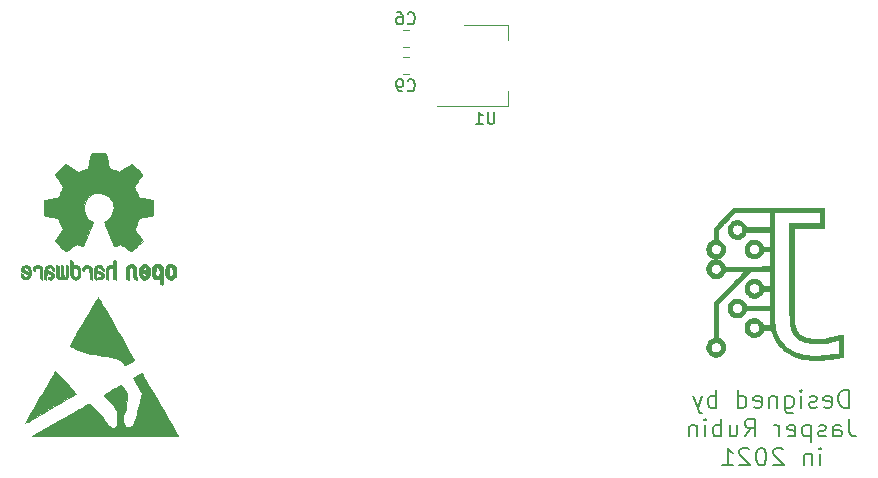
<source format=gbr>
%TF.GenerationSoftware,KiCad,Pcbnew,(5.1.9)-1*%
%TF.CreationDate,2021-08-09T23:15:38-02:30*%
%TF.ProjectId,Electris,456c6563-7472-4697-932e-6b696361645f,A*%
%TF.SameCoordinates,Original*%
%TF.FileFunction,Legend,Bot*%
%TF.FilePolarity,Positive*%
%FSLAX46Y46*%
G04 Gerber Fmt 4.6, Leading zero omitted, Abs format (unit mm)*
G04 Created by KiCad (PCBNEW (5.1.9)-1) date 2021-08-09 23:15:38*
%MOMM*%
%LPD*%
G01*
G04 APERTURE LIST*
%ADD10C,0.200000*%
%ADD11C,0.010000*%
%ADD12C,0.120000*%
%ADD13C,0.150000*%
G04 APERTURE END LIST*
D10*
X229750000Y-79228571D02*
X229750000Y-77728571D01*
X229392857Y-77728571D01*
X229178571Y-77800000D01*
X229035714Y-77942857D01*
X228964285Y-78085714D01*
X228892857Y-78371428D01*
X228892857Y-78585714D01*
X228964285Y-78871428D01*
X229035714Y-79014285D01*
X229178571Y-79157142D01*
X229392857Y-79228571D01*
X229750000Y-79228571D01*
X227678571Y-79157142D02*
X227821428Y-79228571D01*
X228107142Y-79228571D01*
X228250000Y-79157142D01*
X228321428Y-79014285D01*
X228321428Y-78442857D01*
X228250000Y-78300000D01*
X228107142Y-78228571D01*
X227821428Y-78228571D01*
X227678571Y-78300000D01*
X227607142Y-78442857D01*
X227607142Y-78585714D01*
X228321428Y-78728571D01*
X227035714Y-79157142D02*
X226892857Y-79228571D01*
X226607142Y-79228571D01*
X226464285Y-79157142D01*
X226392857Y-79014285D01*
X226392857Y-78942857D01*
X226464285Y-78800000D01*
X226607142Y-78728571D01*
X226821428Y-78728571D01*
X226964285Y-78657142D01*
X227035714Y-78514285D01*
X227035714Y-78442857D01*
X226964285Y-78300000D01*
X226821428Y-78228571D01*
X226607142Y-78228571D01*
X226464285Y-78300000D01*
X225750000Y-79228571D02*
X225750000Y-78228571D01*
X225750000Y-77728571D02*
X225821428Y-77800000D01*
X225750000Y-77871428D01*
X225678571Y-77800000D01*
X225750000Y-77728571D01*
X225750000Y-77871428D01*
X224392857Y-78228571D02*
X224392857Y-79442857D01*
X224464285Y-79585714D01*
X224535714Y-79657142D01*
X224678571Y-79728571D01*
X224892857Y-79728571D01*
X225035714Y-79657142D01*
X224392857Y-79157142D02*
X224535714Y-79228571D01*
X224821428Y-79228571D01*
X224964285Y-79157142D01*
X225035714Y-79085714D01*
X225107142Y-78942857D01*
X225107142Y-78514285D01*
X225035714Y-78371428D01*
X224964285Y-78300000D01*
X224821428Y-78228571D01*
X224535714Y-78228571D01*
X224392857Y-78300000D01*
X223678571Y-78228571D02*
X223678571Y-79228571D01*
X223678571Y-78371428D02*
X223607142Y-78300000D01*
X223464285Y-78228571D01*
X223250000Y-78228571D01*
X223107142Y-78300000D01*
X223035714Y-78442857D01*
X223035714Y-79228571D01*
X221750000Y-79157142D02*
X221892857Y-79228571D01*
X222178571Y-79228571D01*
X222321428Y-79157142D01*
X222392857Y-79014285D01*
X222392857Y-78442857D01*
X222321428Y-78300000D01*
X222178571Y-78228571D01*
X221892857Y-78228571D01*
X221750000Y-78300000D01*
X221678571Y-78442857D01*
X221678571Y-78585714D01*
X222392857Y-78728571D01*
X220392857Y-79228571D02*
X220392857Y-77728571D01*
X220392857Y-79157142D02*
X220535714Y-79228571D01*
X220821428Y-79228571D01*
X220964285Y-79157142D01*
X221035714Y-79085714D01*
X221107142Y-78942857D01*
X221107142Y-78514285D01*
X221035714Y-78371428D01*
X220964285Y-78300000D01*
X220821428Y-78228571D01*
X220535714Y-78228571D01*
X220392857Y-78300000D01*
X218535714Y-79228571D02*
X218535714Y-77728571D01*
X218535714Y-78300000D02*
X218392857Y-78228571D01*
X218107142Y-78228571D01*
X217964285Y-78300000D01*
X217892857Y-78371428D01*
X217821428Y-78514285D01*
X217821428Y-78942857D01*
X217892857Y-79085714D01*
X217964285Y-79157142D01*
X218107142Y-79228571D01*
X218392857Y-79228571D01*
X218535714Y-79157142D01*
X217321428Y-78228571D02*
X216964285Y-79228571D01*
X216607142Y-78228571D02*
X216964285Y-79228571D01*
X217107142Y-79585714D01*
X217178571Y-79657142D01*
X217321428Y-79728571D01*
X229821428Y-80178571D02*
X229821428Y-81250000D01*
X229892857Y-81464285D01*
X230035714Y-81607142D01*
X230250000Y-81678571D01*
X230392857Y-81678571D01*
X228464285Y-81678571D02*
X228464285Y-80892857D01*
X228535714Y-80750000D01*
X228678571Y-80678571D01*
X228964285Y-80678571D01*
X229107142Y-80750000D01*
X228464285Y-81607142D02*
X228607142Y-81678571D01*
X228964285Y-81678571D01*
X229107142Y-81607142D01*
X229178571Y-81464285D01*
X229178571Y-81321428D01*
X229107142Y-81178571D01*
X228964285Y-81107142D01*
X228607142Y-81107142D01*
X228464285Y-81035714D01*
X227821428Y-81607142D02*
X227678571Y-81678571D01*
X227392857Y-81678571D01*
X227250000Y-81607142D01*
X227178571Y-81464285D01*
X227178571Y-81392857D01*
X227250000Y-81250000D01*
X227392857Y-81178571D01*
X227607142Y-81178571D01*
X227750000Y-81107142D01*
X227821428Y-80964285D01*
X227821428Y-80892857D01*
X227750000Y-80750000D01*
X227607142Y-80678571D01*
X227392857Y-80678571D01*
X227250000Y-80750000D01*
X226535714Y-80678571D02*
X226535714Y-82178571D01*
X226535714Y-80750000D02*
X226392857Y-80678571D01*
X226107142Y-80678571D01*
X225964285Y-80750000D01*
X225892857Y-80821428D01*
X225821428Y-80964285D01*
X225821428Y-81392857D01*
X225892857Y-81535714D01*
X225964285Y-81607142D01*
X226107142Y-81678571D01*
X226392857Y-81678571D01*
X226535714Y-81607142D01*
X224607142Y-81607142D02*
X224750000Y-81678571D01*
X225035714Y-81678571D01*
X225178571Y-81607142D01*
X225250000Y-81464285D01*
X225250000Y-80892857D01*
X225178571Y-80750000D01*
X225035714Y-80678571D01*
X224750000Y-80678571D01*
X224607142Y-80750000D01*
X224535714Y-80892857D01*
X224535714Y-81035714D01*
X225250000Y-81178571D01*
X223892857Y-81678571D02*
X223892857Y-80678571D01*
X223892857Y-80964285D02*
X223821428Y-80821428D01*
X223750000Y-80750000D01*
X223607142Y-80678571D01*
X223464285Y-80678571D01*
X220964285Y-81678571D02*
X221464285Y-80964285D01*
X221821428Y-81678571D02*
X221821428Y-80178571D01*
X221250000Y-80178571D01*
X221107142Y-80250000D01*
X221035714Y-80321428D01*
X220964285Y-80464285D01*
X220964285Y-80678571D01*
X221035714Y-80821428D01*
X221107142Y-80892857D01*
X221250000Y-80964285D01*
X221821428Y-80964285D01*
X219678571Y-80678571D02*
X219678571Y-81678571D01*
X220321428Y-80678571D02*
X220321428Y-81464285D01*
X220250000Y-81607142D01*
X220107142Y-81678571D01*
X219892857Y-81678571D01*
X219750000Y-81607142D01*
X219678571Y-81535714D01*
X218964285Y-81678571D02*
X218964285Y-80178571D01*
X218964285Y-80750000D02*
X218821428Y-80678571D01*
X218535714Y-80678571D01*
X218392857Y-80750000D01*
X218321428Y-80821428D01*
X218250000Y-80964285D01*
X218250000Y-81392857D01*
X218321428Y-81535714D01*
X218392857Y-81607142D01*
X218535714Y-81678571D01*
X218821428Y-81678571D01*
X218964285Y-81607142D01*
X217607142Y-81678571D02*
X217607142Y-80678571D01*
X217607142Y-80178571D02*
X217678571Y-80250000D01*
X217607142Y-80321428D01*
X217535714Y-80250000D01*
X217607142Y-80178571D01*
X217607142Y-80321428D01*
X216892857Y-80678571D02*
X216892857Y-81678571D01*
X216892857Y-80821428D02*
X216821428Y-80750000D01*
X216678571Y-80678571D01*
X216464285Y-80678571D01*
X216321428Y-80750000D01*
X216250000Y-80892857D01*
X216250000Y-81678571D01*
X227357142Y-84128571D02*
X227357142Y-83128571D01*
X227357142Y-82628571D02*
X227428571Y-82700000D01*
X227357142Y-82771428D01*
X227285714Y-82700000D01*
X227357142Y-82628571D01*
X227357142Y-82771428D01*
X226642857Y-83128571D02*
X226642857Y-84128571D01*
X226642857Y-83271428D02*
X226571428Y-83200000D01*
X226428571Y-83128571D01*
X226214285Y-83128571D01*
X226071428Y-83200000D01*
X226000000Y-83342857D01*
X226000000Y-84128571D01*
X224214285Y-82771428D02*
X224142857Y-82700000D01*
X224000000Y-82628571D01*
X223642857Y-82628571D01*
X223500000Y-82700000D01*
X223428571Y-82771428D01*
X223357142Y-82914285D01*
X223357142Y-83057142D01*
X223428571Y-83271428D01*
X224285714Y-84128571D01*
X223357142Y-84128571D01*
X222428571Y-82628571D02*
X222285714Y-82628571D01*
X222142857Y-82700000D01*
X222071428Y-82771428D01*
X222000000Y-82914285D01*
X221928571Y-83200000D01*
X221928571Y-83557142D01*
X222000000Y-83842857D01*
X222071428Y-83985714D01*
X222142857Y-84057142D01*
X222285714Y-84128571D01*
X222428571Y-84128571D01*
X222571428Y-84057142D01*
X222642857Y-83985714D01*
X222714285Y-83842857D01*
X222785714Y-83557142D01*
X222785714Y-83200000D01*
X222714285Y-82914285D01*
X222642857Y-82771428D01*
X222571428Y-82700000D01*
X222428571Y-82628571D01*
X221357142Y-82771428D02*
X221285714Y-82700000D01*
X221142857Y-82628571D01*
X220785714Y-82628571D01*
X220642857Y-82700000D01*
X220571428Y-82771428D01*
X220500000Y-82914285D01*
X220500000Y-83057142D01*
X220571428Y-83271428D01*
X221428571Y-84128571D01*
X220500000Y-84128571D01*
X219071428Y-84128571D02*
X219928571Y-84128571D01*
X219500000Y-84128571D02*
X219500000Y-82628571D01*
X219642857Y-82842857D01*
X219785714Y-82985714D01*
X219928571Y-83057142D01*
D11*
%TO.C,REF\u002A\u002A*%
G36*
X166040986Y-57702998D02*
G01*
X165882994Y-57703863D01*
X165768653Y-57706205D01*
X165690593Y-57710762D01*
X165641446Y-57718270D01*
X165613841Y-57729466D01*
X165600408Y-57745088D01*
X165593779Y-57765873D01*
X165593135Y-57768563D01*
X165583065Y-57817113D01*
X165564425Y-57912905D01*
X165539155Y-58045743D01*
X165509193Y-58205431D01*
X165476478Y-58381774D01*
X165475336Y-58387967D01*
X165442567Y-58560782D01*
X165411907Y-58713469D01*
X165385336Y-58836871D01*
X165364833Y-58921831D01*
X165352374Y-58959190D01*
X165351780Y-58959852D01*
X165315081Y-58978095D01*
X165239414Y-59008497D01*
X165141122Y-59044493D01*
X165140575Y-59044685D01*
X165016767Y-59091222D01*
X164870804Y-59150504D01*
X164733219Y-59210109D01*
X164726707Y-59213056D01*
X164502610Y-59314765D01*
X164006381Y-58975897D01*
X163854154Y-58872592D01*
X163716259Y-58780237D01*
X163600685Y-58704084D01*
X163515421Y-58649385D01*
X163468456Y-58621393D01*
X163463996Y-58619317D01*
X163429866Y-58628560D01*
X163366119Y-58673156D01*
X163270269Y-58755209D01*
X163139831Y-58876821D01*
X163006672Y-59006205D01*
X162878306Y-59133702D01*
X162763419Y-59250046D01*
X162668927Y-59348052D01*
X162601747Y-59420536D01*
X162568794Y-59460313D01*
X162567568Y-59462361D01*
X162563926Y-59489656D01*
X162577650Y-59534234D01*
X162612131Y-59602112D01*
X162670761Y-59699311D01*
X162756930Y-59831851D01*
X162871800Y-60002476D01*
X162973746Y-60152655D01*
X163064877Y-60287350D01*
X163139927Y-60398740D01*
X163193631Y-60479005D01*
X163220720Y-60520325D01*
X163222426Y-60523130D01*
X163219118Y-60562721D01*
X163194047Y-60639669D01*
X163152202Y-60739432D01*
X163137288Y-60771291D01*
X163072214Y-60913226D01*
X163002788Y-61074273D01*
X162946391Y-61213621D01*
X162905753Y-61317044D01*
X162873474Y-61395642D01*
X162854822Y-61436720D01*
X162852503Y-61439885D01*
X162818197Y-61445128D01*
X162737331Y-61459494D01*
X162620657Y-61480937D01*
X162478925Y-61507413D01*
X162322890Y-61536877D01*
X162163302Y-61567283D01*
X162010915Y-61596588D01*
X161876479Y-61622745D01*
X161770748Y-61643710D01*
X161704474Y-61657439D01*
X161688218Y-61661320D01*
X161671427Y-61670900D01*
X161658751Y-61692536D01*
X161649622Y-61733531D01*
X161643469Y-61801189D01*
X161639720Y-61902812D01*
X161637808Y-62045703D01*
X161637160Y-62237165D01*
X161637126Y-62315645D01*
X161637126Y-62953906D01*
X161790402Y-62984160D01*
X161875678Y-63000564D01*
X162002930Y-63024509D01*
X162156685Y-63053107D01*
X162321466Y-63083467D01*
X162367011Y-63091806D01*
X162519068Y-63121370D01*
X162651532Y-63150442D01*
X162753286Y-63176329D01*
X162813212Y-63196337D01*
X162823195Y-63202301D01*
X162847707Y-63244534D01*
X162882852Y-63326370D01*
X162921827Y-63431683D01*
X162929558Y-63454368D01*
X162980640Y-63595018D01*
X163044046Y-63753714D01*
X163106096Y-63896225D01*
X163106402Y-63896886D01*
X163209733Y-64120440D01*
X162530039Y-65120232D01*
X162966379Y-65557300D01*
X163098351Y-65687381D01*
X163218721Y-65802048D01*
X163320727Y-65895181D01*
X163397609Y-65960658D01*
X163442607Y-65992357D01*
X163449062Y-65994368D01*
X163486960Y-65978529D01*
X163564292Y-65934496D01*
X163672611Y-65867490D01*
X163803468Y-65782734D01*
X163944948Y-65687816D01*
X164088539Y-65590998D01*
X164216565Y-65506751D01*
X164320895Y-65440258D01*
X164393400Y-65396702D01*
X164425842Y-65381264D01*
X164465424Y-65394328D01*
X164540481Y-65428750D01*
X164635532Y-65477380D01*
X164645608Y-65482785D01*
X164773609Y-65546980D01*
X164861382Y-65578463D01*
X164915972Y-65578798D01*
X164944425Y-65549548D01*
X164944590Y-65549138D01*
X164958812Y-65514498D01*
X164992731Y-65432269D01*
X165043716Y-65308814D01*
X165109138Y-65150498D01*
X165186366Y-64963686D01*
X165272771Y-64754742D01*
X165356449Y-64552446D01*
X165448412Y-64329200D01*
X165532850Y-64122392D01*
X165607231Y-63938362D01*
X165669026Y-63783451D01*
X165715703Y-63663996D01*
X165744732Y-63586339D01*
X165753678Y-63557356D01*
X165731244Y-63524110D01*
X165672561Y-63471123D01*
X165594311Y-63412704D01*
X165371466Y-63227952D01*
X165197282Y-63016182D01*
X165073846Y-62781856D01*
X165003246Y-62529434D01*
X164987569Y-62263377D01*
X164998964Y-62140575D01*
X165061050Y-61885793D01*
X165167977Y-61660801D01*
X165313111Y-61467817D01*
X165489822Y-61309061D01*
X165691478Y-61186750D01*
X165911446Y-61103105D01*
X166143094Y-61060344D01*
X166379791Y-61060687D01*
X166614905Y-61106352D01*
X166841804Y-61199559D01*
X167053856Y-61342527D01*
X167142364Y-61423383D01*
X167312111Y-61631007D01*
X167430301Y-61857895D01*
X167497722Y-62097433D01*
X167515160Y-62343007D01*
X167483402Y-62588003D01*
X167403235Y-62825808D01*
X167275445Y-63049807D01*
X167100820Y-63253387D01*
X166905688Y-63412704D01*
X166824409Y-63473602D01*
X166766991Y-63526015D01*
X166746322Y-63557406D01*
X166757144Y-63591639D01*
X166787923Y-63673419D01*
X166836126Y-63796407D01*
X166899222Y-63954263D01*
X166974678Y-64140649D01*
X167059962Y-64349226D01*
X167143781Y-64552496D01*
X167236255Y-64775933D01*
X167321911Y-64982984D01*
X167398118Y-65167286D01*
X167462247Y-65322475D01*
X167511668Y-65442188D01*
X167543752Y-65520061D01*
X167555641Y-65549138D01*
X167583726Y-65578677D01*
X167638051Y-65578591D01*
X167725605Y-65547326D01*
X167853381Y-65483329D01*
X167854392Y-65482785D01*
X167950598Y-65433121D01*
X168028369Y-65396945D01*
X168072223Y-65381408D01*
X168074158Y-65381264D01*
X168107171Y-65397024D01*
X168180054Y-65440850D01*
X168284678Y-65507557D01*
X168412910Y-65591964D01*
X168555052Y-65687816D01*
X168699767Y-65784867D01*
X168830196Y-65869270D01*
X168937890Y-65935801D01*
X169014402Y-65979238D01*
X169050938Y-65994368D01*
X169084582Y-65974482D01*
X169152224Y-65918903D01*
X169247107Y-65833754D01*
X169362470Y-65725153D01*
X169491555Y-65599221D01*
X169533771Y-65557149D01*
X169970261Y-65119931D01*
X169638023Y-64632340D01*
X169537054Y-64482605D01*
X169448438Y-64348220D01*
X169377146Y-64236969D01*
X169328150Y-64156639D01*
X169306422Y-64115014D01*
X169305785Y-64112053D01*
X169317240Y-64072818D01*
X169348051Y-63993895D01*
X169392884Y-63888509D01*
X169424353Y-63817954D01*
X169483192Y-63682876D01*
X169538604Y-63546409D01*
X169581564Y-63431103D01*
X169593234Y-63395977D01*
X169626389Y-63302174D01*
X169658799Y-63229694D01*
X169676601Y-63202301D01*
X169715886Y-63185536D01*
X169801626Y-63161770D01*
X169922697Y-63133697D01*
X170067973Y-63104009D01*
X170132988Y-63091806D01*
X170298087Y-63061468D01*
X170456448Y-63032093D01*
X170592596Y-63006569D01*
X170691057Y-62987785D01*
X170709598Y-62984160D01*
X170862873Y-62953906D01*
X170862873Y-62315645D01*
X170862529Y-62105770D01*
X170861116Y-61946980D01*
X170858064Y-61831973D01*
X170852803Y-61753446D01*
X170844763Y-61704096D01*
X170833373Y-61676619D01*
X170818063Y-61663713D01*
X170811782Y-61661320D01*
X170773896Y-61652833D01*
X170690195Y-61635900D01*
X170571433Y-61612566D01*
X170428361Y-61584875D01*
X170271732Y-61554873D01*
X170112297Y-61524604D01*
X169960809Y-61496115D01*
X169828019Y-61471449D01*
X169724681Y-61452651D01*
X169661545Y-61441767D01*
X169647497Y-61439885D01*
X169634770Y-61414704D01*
X169606600Y-61347622D01*
X169568252Y-61251333D01*
X169553609Y-61213621D01*
X169494548Y-61067921D01*
X169425000Y-60906951D01*
X169362712Y-60771291D01*
X169316879Y-60667561D01*
X169286387Y-60582326D01*
X169276208Y-60530126D01*
X169277831Y-60523130D01*
X169299343Y-60490102D01*
X169348465Y-60416643D01*
X169419923Y-60310577D01*
X169508445Y-60179726D01*
X169608759Y-60031912D01*
X169628594Y-60002734D01*
X169744988Y-59829863D01*
X169830548Y-59698226D01*
X169888684Y-59601761D01*
X169922808Y-59534408D01*
X169936331Y-59490106D01*
X169932664Y-59462794D01*
X169932570Y-59462620D01*
X169903707Y-59426746D01*
X169839867Y-59357391D01*
X169747969Y-59261745D01*
X169634933Y-59146999D01*
X169507679Y-59020341D01*
X169493328Y-59006205D01*
X169332957Y-58850903D01*
X169209195Y-58736870D01*
X169119555Y-58662002D01*
X169061552Y-58624196D01*
X169036004Y-58619317D01*
X168998718Y-58640603D01*
X168921343Y-58689773D01*
X168811867Y-58761575D01*
X168678280Y-58850755D01*
X168528570Y-58952063D01*
X168493618Y-58975897D01*
X167997390Y-59314765D01*
X167773293Y-59213056D01*
X167637011Y-59153783D01*
X167490724Y-59094170D01*
X167364965Y-59046640D01*
X167359425Y-59044685D01*
X167261057Y-59008677D01*
X167185229Y-58978229D01*
X167148282Y-58959905D01*
X167148220Y-58959852D01*
X167136496Y-58926729D01*
X167116568Y-58845267D01*
X167090413Y-58724625D01*
X167060010Y-58573959D01*
X167027337Y-58402428D01*
X167024664Y-58387967D01*
X166991890Y-58211235D01*
X166961802Y-58050810D01*
X166936339Y-57916888D01*
X166917441Y-57819663D01*
X166907047Y-57769332D01*
X166906865Y-57768563D01*
X166900539Y-57747153D01*
X166888239Y-57730988D01*
X166862594Y-57719331D01*
X166816235Y-57711445D01*
X166741792Y-57706593D01*
X166631895Y-57704039D01*
X166479175Y-57703045D01*
X166276262Y-57702874D01*
X166250000Y-57702874D01*
X166040986Y-57702998D01*
G37*
X166040986Y-57702998D02*
X165882994Y-57703863D01*
X165768653Y-57706205D01*
X165690593Y-57710762D01*
X165641446Y-57718270D01*
X165613841Y-57729466D01*
X165600408Y-57745088D01*
X165593779Y-57765873D01*
X165593135Y-57768563D01*
X165583065Y-57817113D01*
X165564425Y-57912905D01*
X165539155Y-58045743D01*
X165509193Y-58205431D01*
X165476478Y-58381774D01*
X165475336Y-58387967D01*
X165442567Y-58560782D01*
X165411907Y-58713469D01*
X165385336Y-58836871D01*
X165364833Y-58921831D01*
X165352374Y-58959190D01*
X165351780Y-58959852D01*
X165315081Y-58978095D01*
X165239414Y-59008497D01*
X165141122Y-59044493D01*
X165140575Y-59044685D01*
X165016767Y-59091222D01*
X164870804Y-59150504D01*
X164733219Y-59210109D01*
X164726707Y-59213056D01*
X164502610Y-59314765D01*
X164006381Y-58975897D01*
X163854154Y-58872592D01*
X163716259Y-58780237D01*
X163600685Y-58704084D01*
X163515421Y-58649385D01*
X163468456Y-58621393D01*
X163463996Y-58619317D01*
X163429866Y-58628560D01*
X163366119Y-58673156D01*
X163270269Y-58755209D01*
X163139831Y-58876821D01*
X163006672Y-59006205D01*
X162878306Y-59133702D01*
X162763419Y-59250046D01*
X162668927Y-59348052D01*
X162601747Y-59420536D01*
X162568794Y-59460313D01*
X162567568Y-59462361D01*
X162563926Y-59489656D01*
X162577650Y-59534234D01*
X162612131Y-59602112D01*
X162670761Y-59699311D01*
X162756930Y-59831851D01*
X162871800Y-60002476D01*
X162973746Y-60152655D01*
X163064877Y-60287350D01*
X163139927Y-60398740D01*
X163193631Y-60479005D01*
X163220720Y-60520325D01*
X163222426Y-60523130D01*
X163219118Y-60562721D01*
X163194047Y-60639669D01*
X163152202Y-60739432D01*
X163137288Y-60771291D01*
X163072214Y-60913226D01*
X163002788Y-61074273D01*
X162946391Y-61213621D01*
X162905753Y-61317044D01*
X162873474Y-61395642D01*
X162854822Y-61436720D01*
X162852503Y-61439885D01*
X162818197Y-61445128D01*
X162737331Y-61459494D01*
X162620657Y-61480937D01*
X162478925Y-61507413D01*
X162322890Y-61536877D01*
X162163302Y-61567283D01*
X162010915Y-61596588D01*
X161876479Y-61622745D01*
X161770748Y-61643710D01*
X161704474Y-61657439D01*
X161688218Y-61661320D01*
X161671427Y-61670900D01*
X161658751Y-61692536D01*
X161649622Y-61733531D01*
X161643469Y-61801189D01*
X161639720Y-61902812D01*
X161637808Y-62045703D01*
X161637160Y-62237165D01*
X161637126Y-62315645D01*
X161637126Y-62953906D01*
X161790402Y-62984160D01*
X161875678Y-63000564D01*
X162002930Y-63024509D01*
X162156685Y-63053107D01*
X162321466Y-63083467D01*
X162367011Y-63091806D01*
X162519068Y-63121370D01*
X162651532Y-63150442D01*
X162753286Y-63176329D01*
X162813212Y-63196337D01*
X162823195Y-63202301D01*
X162847707Y-63244534D01*
X162882852Y-63326370D01*
X162921827Y-63431683D01*
X162929558Y-63454368D01*
X162980640Y-63595018D01*
X163044046Y-63753714D01*
X163106096Y-63896225D01*
X163106402Y-63896886D01*
X163209733Y-64120440D01*
X162530039Y-65120232D01*
X162966379Y-65557300D01*
X163098351Y-65687381D01*
X163218721Y-65802048D01*
X163320727Y-65895181D01*
X163397609Y-65960658D01*
X163442607Y-65992357D01*
X163449062Y-65994368D01*
X163486960Y-65978529D01*
X163564292Y-65934496D01*
X163672611Y-65867490D01*
X163803468Y-65782734D01*
X163944948Y-65687816D01*
X164088539Y-65590998D01*
X164216565Y-65506751D01*
X164320895Y-65440258D01*
X164393400Y-65396702D01*
X164425842Y-65381264D01*
X164465424Y-65394328D01*
X164540481Y-65428750D01*
X164635532Y-65477380D01*
X164645608Y-65482785D01*
X164773609Y-65546980D01*
X164861382Y-65578463D01*
X164915972Y-65578798D01*
X164944425Y-65549548D01*
X164944590Y-65549138D01*
X164958812Y-65514498D01*
X164992731Y-65432269D01*
X165043716Y-65308814D01*
X165109138Y-65150498D01*
X165186366Y-64963686D01*
X165272771Y-64754742D01*
X165356449Y-64552446D01*
X165448412Y-64329200D01*
X165532850Y-64122392D01*
X165607231Y-63938362D01*
X165669026Y-63783451D01*
X165715703Y-63663996D01*
X165744732Y-63586339D01*
X165753678Y-63557356D01*
X165731244Y-63524110D01*
X165672561Y-63471123D01*
X165594311Y-63412704D01*
X165371466Y-63227952D01*
X165197282Y-63016182D01*
X165073846Y-62781856D01*
X165003246Y-62529434D01*
X164987569Y-62263377D01*
X164998964Y-62140575D01*
X165061050Y-61885793D01*
X165167977Y-61660801D01*
X165313111Y-61467817D01*
X165489822Y-61309061D01*
X165691478Y-61186750D01*
X165911446Y-61103105D01*
X166143094Y-61060344D01*
X166379791Y-61060687D01*
X166614905Y-61106352D01*
X166841804Y-61199559D01*
X167053856Y-61342527D01*
X167142364Y-61423383D01*
X167312111Y-61631007D01*
X167430301Y-61857895D01*
X167497722Y-62097433D01*
X167515160Y-62343007D01*
X167483402Y-62588003D01*
X167403235Y-62825808D01*
X167275445Y-63049807D01*
X167100820Y-63253387D01*
X166905688Y-63412704D01*
X166824409Y-63473602D01*
X166766991Y-63526015D01*
X166746322Y-63557406D01*
X166757144Y-63591639D01*
X166787923Y-63673419D01*
X166836126Y-63796407D01*
X166899222Y-63954263D01*
X166974678Y-64140649D01*
X167059962Y-64349226D01*
X167143781Y-64552496D01*
X167236255Y-64775933D01*
X167321911Y-64982984D01*
X167398118Y-65167286D01*
X167462247Y-65322475D01*
X167511668Y-65442188D01*
X167543752Y-65520061D01*
X167555641Y-65549138D01*
X167583726Y-65578677D01*
X167638051Y-65578591D01*
X167725605Y-65547326D01*
X167853381Y-65483329D01*
X167854392Y-65482785D01*
X167950598Y-65433121D01*
X168028369Y-65396945D01*
X168072223Y-65381408D01*
X168074158Y-65381264D01*
X168107171Y-65397024D01*
X168180054Y-65440850D01*
X168284678Y-65507557D01*
X168412910Y-65591964D01*
X168555052Y-65687816D01*
X168699767Y-65784867D01*
X168830196Y-65869270D01*
X168937890Y-65935801D01*
X169014402Y-65979238D01*
X169050938Y-65994368D01*
X169084582Y-65974482D01*
X169152224Y-65918903D01*
X169247107Y-65833754D01*
X169362470Y-65725153D01*
X169491555Y-65599221D01*
X169533771Y-65557149D01*
X169970261Y-65119931D01*
X169638023Y-64632340D01*
X169537054Y-64482605D01*
X169448438Y-64348220D01*
X169377146Y-64236969D01*
X169328150Y-64156639D01*
X169306422Y-64115014D01*
X169305785Y-64112053D01*
X169317240Y-64072818D01*
X169348051Y-63993895D01*
X169392884Y-63888509D01*
X169424353Y-63817954D01*
X169483192Y-63682876D01*
X169538604Y-63546409D01*
X169581564Y-63431103D01*
X169593234Y-63395977D01*
X169626389Y-63302174D01*
X169658799Y-63229694D01*
X169676601Y-63202301D01*
X169715886Y-63185536D01*
X169801626Y-63161770D01*
X169922697Y-63133697D01*
X170067973Y-63104009D01*
X170132988Y-63091806D01*
X170298087Y-63061468D01*
X170456448Y-63032093D01*
X170592596Y-63006569D01*
X170691057Y-62987785D01*
X170709598Y-62984160D01*
X170862873Y-62953906D01*
X170862873Y-62315645D01*
X170862529Y-62105770D01*
X170861116Y-61946980D01*
X170858064Y-61831973D01*
X170852803Y-61753446D01*
X170844763Y-61704096D01*
X170833373Y-61676619D01*
X170818063Y-61663713D01*
X170811782Y-61661320D01*
X170773896Y-61652833D01*
X170690195Y-61635900D01*
X170571433Y-61612566D01*
X170428361Y-61584875D01*
X170271732Y-61554873D01*
X170112297Y-61524604D01*
X169960809Y-61496115D01*
X169828019Y-61471449D01*
X169724681Y-61452651D01*
X169661545Y-61441767D01*
X169647497Y-61439885D01*
X169634770Y-61414704D01*
X169606600Y-61347622D01*
X169568252Y-61251333D01*
X169553609Y-61213621D01*
X169494548Y-61067921D01*
X169425000Y-60906951D01*
X169362712Y-60771291D01*
X169316879Y-60667561D01*
X169286387Y-60582326D01*
X169276208Y-60530126D01*
X169277831Y-60523130D01*
X169299343Y-60490102D01*
X169348465Y-60416643D01*
X169419923Y-60310577D01*
X169508445Y-60179726D01*
X169608759Y-60031912D01*
X169628594Y-60002734D01*
X169744988Y-59829863D01*
X169830548Y-59698226D01*
X169888684Y-59601761D01*
X169922808Y-59534408D01*
X169936331Y-59490106D01*
X169932664Y-59462794D01*
X169932570Y-59462620D01*
X169903707Y-59426746D01*
X169839867Y-59357391D01*
X169747969Y-59261745D01*
X169634933Y-59146999D01*
X169507679Y-59020341D01*
X169493328Y-59006205D01*
X169332957Y-58850903D01*
X169209195Y-58736870D01*
X169119555Y-58662002D01*
X169061552Y-58624196D01*
X169036004Y-58619317D01*
X168998718Y-58640603D01*
X168921343Y-58689773D01*
X168811867Y-58761575D01*
X168678280Y-58850755D01*
X168528570Y-58952063D01*
X168493618Y-58975897D01*
X167997390Y-59314765D01*
X167773293Y-59213056D01*
X167637011Y-59153783D01*
X167490724Y-59094170D01*
X167364965Y-59046640D01*
X167359425Y-59044685D01*
X167261057Y-59008677D01*
X167185229Y-58978229D01*
X167148282Y-58959905D01*
X167148220Y-58959852D01*
X167136496Y-58926729D01*
X167116568Y-58845267D01*
X167090413Y-58724625D01*
X167060010Y-58573959D01*
X167027337Y-58402428D01*
X167024664Y-58387967D01*
X166991890Y-58211235D01*
X166961802Y-58050810D01*
X166936339Y-57916888D01*
X166917441Y-57819663D01*
X166907047Y-57769332D01*
X166906865Y-57768563D01*
X166900539Y-57747153D01*
X166888239Y-57730988D01*
X166862594Y-57719331D01*
X166816235Y-57711445D01*
X166741792Y-57706593D01*
X166631895Y-57704039D01*
X166479175Y-57703045D01*
X166276262Y-57702874D01*
X166250000Y-57702874D01*
X166040986Y-57702998D01*
G36*
X159906561Y-67206540D02*
G01*
X159791050Y-67282034D01*
X159735336Y-67349617D01*
X159691196Y-67472255D01*
X159687691Y-67569298D01*
X159695632Y-67699056D01*
X159994885Y-67830039D01*
X160140389Y-67896958D01*
X160235463Y-67950790D01*
X160284899Y-67997416D01*
X160293489Y-68042720D01*
X160266028Y-68092582D01*
X160235747Y-68125632D01*
X160147637Y-68178633D01*
X160051804Y-68182347D01*
X159963788Y-68141041D01*
X159899131Y-68058983D01*
X159887567Y-68030008D01*
X159832175Y-67939509D01*
X159768447Y-67900940D01*
X159681034Y-67867946D01*
X159681034Y-67993034D01*
X159688762Y-68078156D01*
X159719034Y-68149938D01*
X159782482Y-68232356D01*
X159791912Y-68243066D01*
X159862487Y-68316391D01*
X159923153Y-68355742D01*
X159999050Y-68373845D01*
X160061970Y-68379774D01*
X160174513Y-68381251D01*
X160254630Y-68362535D01*
X160304610Y-68334747D01*
X160383162Y-68273641D01*
X160437537Y-68207554D01*
X160471948Y-68124441D01*
X160490612Y-68012254D01*
X160497744Y-67858946D01*
X160498313Y-67781136D01*
X160496378Y-67687853D01*
X160320101Y-67687853D01*
X160318056Y-67737896D01*
X160312961Y-67746092D01*
X160279334Y-67734958D01*
X160206970Y-67705493D01*
X160110253Y-67663601D01*
X160090027Y-67654597D01*
X159967797Y-67592442D01*
X159900453Y-67537815D01*
X159885652Y-67486649D01*
X159921053Y-67434876D01*
X159950289Y-67412000D01*
X160055784Y-67366250D01*
X160154524Y-67373808D01*
X160237188Y-67429651D01*
X160294452Y-67528753D01*
X160312812Y-67607414D01*
X160320101Y-67687853D01*
X160496378Y-67687853D01*
X160494541Y-67599351D01*
X160480641Y-67464853D01*
X160453106Y-67366916D01*
X160408428Y-67294811D01*
X160343099Y-67237813D01*
X160314617Y-67219393D01*
X160185237Y-67171422D01*
X160043588Y-67168403D01*
X159906561Y-67206540D01*
G37*
X159906561Y-67206540D02*
X159791050Y-67282034D01*
X159735336Y-67349617D01*
X159691196Y-67472255D01*
X159687691Y-67569298D01*
X159695632Y-67699056D01*
X159994885Y-67830039D01*
X160140389Y-67896958D01*
X160235463Y-67950790D01*
X160284899Y-67997416D01*
X160293489Y-68042720D01*
X160266028Y-68092582D01*
X160235747Y-68125632D01*
X160147637Y-68178633D01*
X160051804Y-68182347D01*
X159963788Y-68141041D01*
X159899131Y-68058983D01*
X159887567Y-68030008D01*
X159832175Y-67939509D01*
X159768447Y-67900940D01*
X159681034Y-67867946D01*
X159681034Y-67993034D01*
X159688762Y-68078156D01*
X159719034Y-68149938D01*
X159782482Y-68232356D01*
X159791912Y-68243066D01*
X159862487Y-68316391D01*
X159923153Y-68355742D01*
X159999050Y-68373845D01*
X160061970Y-68379774D01*
X160174513Y-68381251D01*
X160254630Y-68362535D01*
X160304610Y-68334747D01*
X160383162Y-68273641D01*
X160437537Y-68207554D01*
X160471948Y-68124441D01*
X160490612Y-68012254D01*
X160497744Y-67858946D01*
X160498313Y-67781136D01*
X160496378Y-67687853D01*
X160320101Y-67687853D01*
X160318056Y-67737896D01*
X160312961Y-67746092D01*
X160279334Y-67734958D01*
X160206970Y-67705493D01*
X160110253Y-67663601D01*
X160090027Y-67654597D01*
X159967797Y-67592442D01*
X159900453Y-67537815D01*
X159885652Y-67486649D01*
X159921053Y-67434876D01*
X159950289Y-67412000D01*
X160055784Y-67366250D01*
X160154524Y-67373808D01*
X160237188Y-67429651D01*
X160294452Y-67528753D01*
X160312812Y-67607414D01*
X160320101Y-67687853D01*
X160496378Y-67687853D01*
X160494541Y-67599351D01*
X160480641Y-67464853D01*
X160453106Y-67366916D01*
X160408428Y-67294811D01*
X160343099Y-67237813D01*
X160314617Y-67219393D01*
X160185237Y-67171422D01*
X160043588Y-67168403D01*
X159906561Y-67206540D01*
G36*
X160914310Y-67190018D02*
G01*
X160879415Y-67205269D01*
X160796123Y-67271235D01*
X160724897Y-67366618D01*
X160680847Y-67468406D01*
X160673678Y-67518587D01*
X160697715Y-67588647D01*
X160750439Y-67625717D01*
X160806969Y-67648164D01*
X160832854Y-67652300D01*
X160845458Y-67622283D01*
X160870346Y-67556961D01*
X160881265Y-67527445D01*
X160942492Y-67425348D01*
X161031139Y-67374423D01*
X161144807Y-67375989D01*
X161153226Y-67377994D01*
X161213912Y-67406767D01*
X161258526Y-67462859D01*
X161288998Y-67553163D01*
X161307256Y-67684571D01*
X161315229Y-67863974D01*
X161315977Y-67959433D01*
X161316348Y-68109913D01*
X161318777Y-68212495D01*
X161325240Y-68277672D01*
X161337712Y-68315938D01*
X161358167Y-68337785D01*
X161388581Y-68353707D01*
X161390339Y-68354509D01*
X161448909Y-68379272D01*
X161477925Y-68388391D01*
X161482384Y-68360822D01*
X161486201Y-68284620D01*
X161489101Y-68169541D01*
X161490809Y-68025341D01*
X161491149Y-67919814D01*
X161489412Y-67715613D01*
X161482618Y-67560697D01*
X161468393Y-67446024D01*
X161444362Y-67362551D01*
X161408152Y-67301236D01*
X161357388Y-67253034D01*
X161307261Y-67219393D01*
X161186725Y-67174619D01*
X161046443Y-67164521D01*
X160914310Y-67190018D01*
G37*
X160914310Y-67190018D02*
X160879415Y-67205269D01*
X160796123Y-67271235D01*
X160724897Y-67366618D01*
X160680847Y-67468406D01*
X160673678Y-67518587D01*
X160697715Y-67588647D01*
X160750439Y-67625717D01*
X160806969Y-67648164D01*
X160832854Y-67652300D01*
X160845458Y-67622283D01*
X160870346Y-67556961D01*
X160881265Y-67527445D01*
X160942492Y-67425348D01*
X161031139Y-67374423D01*
X161144807Y-67375989D01*
X161153226Y-67377994D01*
X161213912Y-67406767D01*
X161258526Y-67462859D01*
X161288998Y-67553163D01*
X161307256Y-67684571D01*
X161315229Y-67863974D01*
X161315977Y-67959433D01*
X161316348Y-68109913D01*
X161318777Y-68212495D01*
X161325240Y-68277672D01*
X161337712Y-68315938D01*
X161358167Y-68337785D01*
X161388581Y-68353707D01*
X161390339Y-68354509D01*
X161448909Y-68379272D01*
X161477925Y-68388391D01*
X161482384Y-68360822D01*
X161486201Y-68284620D01*
X161489101Y-68169541D01*
X161490809Y-68025341D01*
X161491149Y-67919814D01*
X161489412Y-67715613D01*
X161482618Y-67560697D01*
X161468393Y-67446024D01*
X161444362Y-67362551D01*
X161408152Y-67301236D01*
X161357388Y-67253034D01*
X161307261Y-67219393D01*
X161186725Y-67174619D01*
X161046443Y-67164521D01*
X160914310Y-67190018D01*
G36*
X161935594Y-67185156D02*
G01*
X161851531Y-67223393D01*
X161785550Y-67269726D01*
X161737206Y-67321532D01*
X161703828Y-67388363D01*
X161682747Y-67479769D01*
X161671293Y-67605301D01*
X161666797Y-67774508D01*
X161666322Y-67885933D01*
X161666322Y-68320627D01*
X161740684Y-68354509D01*
X161799254Y-68379272D01*
X161828270Y-68388391D01*
X161833821Y-68361257D01*
X161838225Y-68288094D01*
X161840922Y-68181263D01*
X161841494Y-68096437D01*
X161843954Y-67973887D01*
X161850588Y-67876668D01*
X161860274Y-67817134D01*
X161867968Y-67804483D01*
X161919689Y-67817402D01*
X162000883Y-67850539D01*
X162094898Y-67895461D01*
X162185083Y-67943735D01*
X162254785Y-67986928D01*
X162287352Y-68016608D01*
X162287481Y-68016929D01*
X162284680Y-68071857D01*
X162259561Y-68124292D01*
X162215459Y-68166881D01*
X162151091Y-68181126D01*
X162096079Y-68179466D01*
X162018165Y-68178245D01*
X161977268Y-68196498D01*
X161952705Y-68244726D01*
X161949608Y-68253820D01*
X161938960Y-68322598D01*
X161967435Y-68364360D01*
X162041656Y-68384263D01*
X162121832Y-68387944D01*
X162266110Y-68360658D01*
X162340797Y-68321690D01*
X162433037Y-68230148D01*
X162481957Y-68117782D01*
X162486346Y-67999051D01*
X162444999Y-67888411D01*
X162382803Y-67819080D01*
X162320706Y-67780265D01*
X162223105Y-67731125D01*
X162109368Y-67681292D01*
X162090410Y-67673677D01*
X161965479Y-67618545D01*
X161893461Y-67569954D01*
X161870300Y-67521647D01*
X161891936Y-67467370D01*
X161929080Y-67424943D01*
X162016873Y-67372702D01*
X162113470Y-67368784D01*
X162202056Y-67409041D01*
X162265814Y-67489326D01*
X162274183Y-67510040D01*
X162322904Y-67586225D01*
X162394035Y-67642785D01*
X162483793Y-67689201D01*
X162483793Y-67557584D01*
X162478510Y-67477168D01*
X162455858Y-67413786D01*
X162405633Y-67346163D01*
X162357418Y-67294076D01*
X162282446Y-67220322D01*
X162224194Y-67180702D01*
X162161628Y-67164810D01*
X162090807Y-67162184D01*
X161935594Y-67185156D01*
G37*
X161935594Y-67185156D02*
X161851531Y-67223393D01*
X161785550Y-67269726D01*
X161737206Y-67321532D01*
X161703828Y-67388363D01*
X161682747Y-67479769D01*
X161671293Y-67605301D01*
X161666797Y-67774508D01*
X161666322Y-67885933D01*
X161666322Y-68320627D01*
X161740684Y-68354509D01*
X161799254Y-68379272D01*
X161828270Y-68388391D01*
X161833821Y-68361257D01*
X161838225Y-68288094D01*
X161840922Y-68181263D01*
X161841494Y-68096437D01*
X161843954Y-67973887D01*
X161850588Y-67876668D01*
X161860274Y-67817134D01*
X161867968Y-67804483D01*
X161919689Y-67817402D01*
X162000883Y-67850539D01*
X162094898Y-67895461D01*
X162185083Y-67943735D01*
X162254785Y-67986928D01*
X162287352Y-68016608D01*
X162287481Y-68016929D01*
X162284680Y-68071857D01*
X162259561Y-68124292D01*
X162215459Y-68166881D01*
X162151091Y-68181126D01*
X162096079Y-68179466D01*
X162018165Y-68178245D01*
X161977268Y-68196498D01*
X161952705Y-68244726D01*
X161949608Y-68253820D01*
X161938960Y-68322598D01*
X161967435Y-68364360D01*
X162041656Y-68384263D01*
X162121832Y-68387944D01*
X162266110Y-68360658D01*
X162340797Y-68321690D01*
X162433037Y-68230148D01*
X162481957Y-68117782D01*
X162486346Y-67999051D01*
X162444999Y-67888411D01*
X162382803Y-67819080D01*
X162320706Y-67780265D01*
X162223105Y-67731125D01*
X162109368Y-67681292D01*
X162090410Y-67673677D01*
X161965479Y-67618545D01*
X161893461Y-67569954D01*
X161870300Y-67521647D01*
X161891936Y-67467370D01*
X161929080Y-67424943D01*
X162016873Y-67372702D01*
X162113470Y-67368784D01*
X162202056Y-67409041D01*
X162265814Y-67489326D01*
X162274183Y-67510040D01*
X162322904Y-67586225D01*
X162394035Y-67642785D01*
X162483793Y-67689201D01*
X162483793Y-67557584D01*
X162478510Y-67477168D01*
X162455858Y-67413786D01*
X162405633Y-67346163D01*
X162357418Y-67294076D01*
X162282446Y-67220322D01*
X162224194Y-67180702D01*
X162161628Y-67164810D01*
X162090807Y-67162184D01*
X161935594Y-67185156D01*
G36*
X162669876Y-67189840D02*
G01*
X162665421Y-67266653D01*
X162661929Y-67383391D01*
X162659685Y-67530821D01*
X162658965Y-67685455D01*
X162658965Y-68208727D01*
X162751355Y-68301117D01*
X162815022Y-68358047D01*
X162870911Y-68381107D01*
X162947298Y-68379647D01*
X162977620Y-68375934D01*
X163072390Y-68365126D01*
X163150778Y-68358933D01*
X163169885Y-68358361D01*
X163234301Y-68362102D01*
X163326429Y-68371494D01*
X163362150Y-68375934D01*
X163449886Y-68382801D01*
X163508847Y-68367885D01*
X163567310Y-68321835D01*
X163588415Y-68301117D01*
X163680805Y-68208727D01*
X163680805Y-67229947D01*
X163606442Y-67196066D01*
X163542410Y-67170970D01*
X163504948Y-67162184D01*
X163495343Y-67189950D01*
X163486365Y-67267530D01*
X163478614Y-67386348D01*
X163472686Y-67537828D01*
X163469827Y-67665805D01*
X163461839Y-68169425D01*
X163392152Y-68179278D01*
X163328771Y-68172389D01*
X163297714Y-68150083D01*
X163289033Y-68108379D01*
X163281622Y-68019544D01*
X163276069Y-67894834D01*
X163272964Y-67745507D01*
X163272516Y-67668661D01*
X163272069Y-67226287D01*
X163180126Y-67194235D01*
X163115051Y-67172443D01*
X163079653Y-67162281D01*
X163078632Y-67162184D01*
X163075080Y-67189809D01*
X163071177Y-67266411D01*
X163067249Y-67382579D01*
X163063624Y-67528904D01*
X163061092Y-67665805D01*
X163053103Y-68169425D01*
X162877931Y-68169425D01*
X162869893Y-67709965D01*
X162861854Y-67250505D01*
X162776457Y-67206344D01*
X162713407Y-67176019D01*
X162676090Y-67162258D01*
X162675013Y-67162184D01*
X162669876Y-67189840D01*
G37*
X162669876Y-67189840D02*
X162665421Y-67266653D01*
X162661929Y-67383391D01*
X162659685Y-67530821D01*
X162658965Y-67685455D01*
X162658965Y-68208727D01*
X162751355Y-68301117D01*
X162815022Y-68358047D01*
X162870911Y-68381107D01*
X162947298Y-68379647D01*
X162977620Y-68375934D01*
X163072390Y-68365126D01*
X163150778Y-68358933D01*
X163169885Y-68358361D01*
X163234301Y-68362102D01*
X163326429Y-68371494D01*
X163362150Y-68375934D01*
X163449886Y-68382801D01*
X163508847Y-68367885D01*
X163567310Y-68321835D01*
X163588415Y-68301117D01*
X163680805Y-68208727D01*
X163680805Y-67229947D01*
X163606442Y-67196066D01*
X163542410Y-67170970D01*
X163504948Y-67162184D01*
X163495343Y-67189950D01*
X163486365Y-67267530D01*
X163478614Y-67386348D01*
X163472686Y-67537828D01*
X163469827Y-67665805D01*
X163461839Y-68169425D01*
X163392152Y-68179278D01*
X163328771Y-68172389D01*
X163297714Y-68150083D01*
X163289033Y-68108379D01*
X163281622Y-68019544D01*
X163276069Y-67894834D01*
X163272964Y-67745507D01*
X163272516Y-67668661D01*
X163272069Y-67226287D01*
X163180126Y-67194235D01*
X163115051Y-67172443D01*
X163079653Y-67162281D01*
X163078632Y-67162184D01*
X163075080Y-67189809D01*
X163071177Y-67266411D01*
X163067249Y-67382579D01*
X163063624Y-67528904D01*
X163061092Y-67665805D01*
X163053103Y-68169425D01*
X162877931Y-68169425D01*
X162869893Y-67709965D01*
X162861854Y-67250505D01*
X162776457Y-67206344D01*
X162713407Y-67176019D01*
X162676090Y-67162258D01*
X162675013Y-67162184D01*
X162669876Y-67189840D01*
G36*
X163856086Y-67404455D02*
G01*
X163856457Y-67622661D01*
X163857892Y-67790519D01*
X163860998Y-67916070D01*
X163866378Y-68007355D01*
X163874638Y-68072415D01*
X163886384Y-68119291D01*
X163902219Y-68156024D01*
X163914210Y-68176991D01*
X164013510Y-68290694D01*
X164139412Y-68361965D01*
X164278709Y-68387538D01*
X164418195Y-68364150D01*
X164501257Y-68322119D01*
X164588455Y-68249411D01*
X164647883Y-68160612D01*
X164683739Y-68044320D01*
X164700219Y-67889135D01*
X164702553Y-67775287D01*
X164702239Y-67767106D01*
X164498276Y-67767106D01*
X164497030Y-67897657D01*
X164491322Y-67984080D01*
X164478196Y-68040618D01*
X164454694Y-68081514D01*
X164426614Y-68112362D01*
X164332312Y-68171905D01*
X164231060Y-68176992D01*
X164135364Y-68127279D01*
X164127916Y-68120543D01*
X164096126Y-68085502D01*
X164076192Y-68043811D01*
X164065400Y-67981762D01*
X164061035Y-67885644D01*
X164060345Y-67779379D01*
X164061841Y-67645880D01*
X164068036Y-67556822D01*
X164081486Y-67498293D01*
X164104749Y-67456382D01*
X164123825Y-67434123D01*
X164212437Y-67377985D01*
X164314492Y-67371235D01*
X164411905Y-67414114D01*
X164430704Y-67430032D01*
X164462707Y-67465382D01*
X164482682Y-67507502D01*
X164493407Y-67570251D01*
X164497661Y-67667487D01*
X164498276Y-67767106D01*
X164702239Y-67767106D01*
X164695496Y-67591947D01*
X164671528Y-67454195D01*
X164626452Y-67350632D01*
X164556072Y-67269856D01*
X164501257Y-67228455D01*
X164401624Y-67183728D01*
X164286145Y-67162967D01*
X164178801Y-67168525D01*
X164118736Y-67190943D01*
X164095165Y-67197323D01*
X164079523Y-67173535D01*
X164068605Y-67109788D01*
X164060345Y-67012687D01*
X164051301Y-66904541D01*
X164038739Y-66839475D01*
X164015881Y-66802268D01*
X163975949Y-66777699D01*
X163950862Y-66766819D01*
X163855977Y-66727072D01*
X163856086Y-67404455D01*
G37*
X163856086Y-67404455D02*
X163856457Y-67622661D01*
X163857892Y-67790519D01*
X163860998Y-67916070D01*
X163866378Y-68007355D01*
X163874638Y-68072415D01*
X163886384Y-68119291D01*
X163902219Y-68156024D01*
X163914210Y-68176991D01*
X164013510Y-68290694D01*
X164139412Y-68361965D01*
X164278709Y-68387538D01*
X164418195Y-68364150D01*
X164501257Y-68322119D01*
X164588455Y-68249411D01*
X164647883Y-68160612D01*
X164683739Y-68044320D01*
X164700219Y-67889135D01*
X164702553Y-67775287D01*
X164702239Y-67767106D01*
X164498276Y-67767106D01*
X164497030Y-67897657D01*
X164491322Y-67984080D01*
X164478196Y-68040618D01*
X164454694Y-68081514D01*
X164426614Y-68112362D01*
X164332312Y-68171905D01*
X164231060Y-68176992D01*
X164135364Y-68127279D01*
X164127916Y-68120543D01*
X164096126Y-68085502D01*
X164076192Y-68043811D01*
X164065400Y-67981762D01*
X164061035Y-67885644D01*
X164060345Y-67779379D01*
X164061841Y-67645880D01*
X164068036Y-67556822D01*
X164081486Y-67498293D01*
X164104749Y-67456382D01*
X164123825Y-67434123D01*
X164212437Y-67377985D01*
X164314492Y-67371235D01*
X164411905Y-67414114D01*
X164430704Y-67430032D01*
X164462707Y-67465382D01*
X164482682Y-67507502D01*
X164493407Y-67570251D01*
X164497661Y-67667487D01*
X164498276Y-67767106D01*
X164702239Y-67767106D01*
X164695496Y-67591947D01*
X164671528Y-67454195D01*
X164626452Y-67350632D01*
X164556072Y-67269856D01*
X164501257Y-67228455D01*
X164401624Y-67183728D01*
X164286145Y-67162967D01*
X164178801Y-67168525D01*
X164118736Y-67190943D01*
X164095165Y-67197323D01*
X164079523Y-67173535D01*
X164068605Y-67109788D01*
X164060345Y-67012687D01*
X164051301Y-66904541D01*
X164038739Y-66839475D01*
X164015881Y-66802268D01*
X163975949Y-66777699D01*
X163950862Y-66766819D01*
X163855977Y-66727072D01*
X163856086Y-67404455D01*
G36*
X165184057Y-67171920D02*
G01*
X165051435Y-67220859D01*
X164943990Y-67307419D01*
X164901968Y-67368352D01*
X164856157Y-67480161D01*
X164857109Y-67561006D01*
X164905192Y-67615378D01*
X164922983Y-67624624D01*
X164999796Y-67653450D01*
X165039024Y-67646065D01*
X165052311Y-67597658D01*
X165052988Y-67570920D01*
X165077314Y-67472548D01*
X165140719Y-67403734D01*
X165228846Y-67370498D01*
X165327337Y-67378861D01*
X165407398Y-67422296D01*
X165434439Y-67447072D01*
X165453606Y-67477129D01*
X165466554Y-67522565D01*
X165474936Y-67593476D01*
X165480407Y-67699960D01*
X165484622Y-67852112D01*
X165485713Y-67900287D01*
X165489693Y-68065095D01*
X165494219Y-68181088D01*
X165501005Y-68257833D01*
X165511769Y-68304893D01*
X165528227Y-68331835D01*
X165552094Y-68348223D01*
X165567374Y-68355463D01*
X165632267Y-68380220D01*
X165670466Y-68388391D01*
X165683088Y-68361103D01*
X165690792Y-68278603D01*
X165693620Y-68139941D01*
X165691614Y-67944162D01*
X165690989Y-67913965D01*
X165686579Y-67735349D01*
X165681365Y-67604923D01*
X165673945Y-67512492D01*
X165662918Y-67447858D01*
X165646883Y-67400825D01*
X165624439Y-67361196D01*
X165612698Y-67344215D01*
X165545381Y-67269080D01*
X165470090Y-67210638D01*
X165460872Y-67205536D01*
X165325867Y-67165260D01*
X165184057Y-67171920D01*
G37*
X165184057Y-67171920D02*
X165051435Y-67220859D01*
X164943990Y-67307419D01*
X164901968Y-67368352D01*
X164856157Y-67480161D01*
X164857109Y-67561006D01*
X164905192Y-67615378D01*
X164922983Y-67624624D01*
X164999796Y-67653450D01*
X165039024Y-67646065D01*
X165052311Y-67597658D01*
X165052988Y-67570920D01*
X165077314Y-67472548D01*
X165140719Y-67403734D01*
X165228846Y-67370498D01*
X165327337Y-67378861D01*
X165407398Y-67422296D01*
X165434439Y-67447072D01*
X165453606Y-67477129D01*
X165466554Y-67522565D01*
X165474936Y-67593476D01*
X165480407Y-67699960D01*
X165484622Y-67852112D01*
X165485713Y-67900287D01*
X165489693Y-68065095D01*
X165494219Y-68181088D01*
X165501005Y-68257833D01*
X165511769Y-68304893D01*
X165528227Y-68331835D01*
X165552094Y-68348223D01*
X165567374Y-68355463D01*
X165632267Y-68380220D01*
X165670466Y-68388391D01*
X165683088Y-68361103D01*
X165690792Y-68278603D01*
X165693620Y-68139941D01*
X165691614Y-67944162D01*
X165690989Y-67913965D01*
X165686579Y-67735349D01*
X165681365Y-67604923D01*
X165673945Y-67512492D01*
X165662918Y-67447858D01*
X165646883Y-67400825D01*
X165624439Y-67361196D01*
X165612698Y-67344215D01*
X165545381Y-67269080D01*
X165470090Y-67210638D01*
X165460872Y-67205536D01*
X165325867Y-67165260D01*
X165184057Y-67171920D01*
G36*
X166170056Y-67174360D02*
G01*
X166055657Y-67216842D01*
X166054348Y-67217658D01*
X165983597Y-67269730D01*
X165931364Y-67330584D01*
X165894629Y-67409887D01*
X165870366Y-67517309D01*
X165855555Y-67662517D01*
X165847171Y-67855179D01*
X165846436Y-67882628D01*
X165835880Y-68296521D01*
X165924709Y-68342456D01*
X165988982Y-68373498D01*
X166027790Y-68388206D01*
X166029585Y-68388391D01*
X166036300Y-68361250D01*
X166041635Y-68288041D01*
X166044917Y-68181081D01*
X166045632Y-68094469D01*
X166045649Y-67954162D01*
X166052063Y-67866051D01*
X166074420Y-67824025D01*
X166122268Y-67821975D01*
X166205151Y-67853790D01*
X166330287Y-67912272D01*
X166422303Y-67960845D01*
X166469629Y-68002986D01*
X166483542Y-68048916D01*
X166483563Y-68051189D01*
X166460605Y-68130311D01*
X166392630Y-68173055D01*
X166288602Y-68179246D01*
X166213670Y-68178172D01*
X166174161Y-68199753D01*
X166149522Y-68251591D01*
X166135341Y-68317632D01*
X166155777Y-68355104D01*
X166163472Y-68360467D01*
X166235917Y-68382006D01*
X166337367Y-68385055D01*
X166441843Y-68370778D01*
X166515875Y-68344688D01*
X166618228Y-68257785D01*
X166676409Y-68136816D01*
X166687931Y-68042308D01*
X166679138Y-67957062D01*
X166647320Y-67887476D01*
X166584316Y-67825672D01*
X166481969Y-67763772D01*
X166332118Y-67693897D01*
X166322988Y-67689948D01*
X166188003Y-67627588D01*
X166104706Y-67576446D01*
X166069003Y-67530488D01*
X166076797Y-67483683D01*
X166123993Y-67429998D01*
X166138106Y-67417644D01*
X166232641Y-67369741D01*
X166330594Y-67371758D01*
X166415903Y-67418724D01*
X166472504Y-67505669D01*
X166477763Y-67522734D01*
X166528977Y-67605504D01*
X166593963Y-67645372D01*
X166687931Y-67684882D01*
X166687931Y-67582658D01*
X166659347Y-67434072D01*
X166574505Y-67297784D01*
X166530355Y-67252191D01*
X166429995Y-67193674D01*
X166302365Y-67167184D01*
X166170056Y-67174360D01*
G37*
X166170056Y-67174360D02*
X166055657Y-67216842D01*
X166054348Y-67217658D01*
X165983597Y-67269730D01*
X165931364Y-67330584D01*
X165894629Y-67409887D01*
X165870366Y-67517309D01*
X165855555Y-67662517D01*
X165847171Y-67855179D01*
X165846436Y-67882628D01*
X165835880Y-68296521D01*
X165924709Y-68342456D01*
X165988982Y-68373498D01*
X166027790Y-68388206D01*
X166029585Y-68388391D01*
X166036300Y-68361250D01*
X166041635Y-68288041D01*
X166044917Y-68181081D01*
X166045632Y-68094469D01*
X166045649Y-67954162D01*
X166052063Y-67866051D01*
X166074420Y-67824025D01*
X166122268Y-67821975D01*
X166205151Y-67853790D01*
X166330287Y-67912272D01*
X166422303Y-67960845D01*
X166469629Y-68002986D01*
X166483542Y-68048916D01*
X166483563Y-68051189D01*
X166460605Y-68130311D01*
X166392630Y-68173055D01*
X166288602Y-68179246D01*
X166213670Y-68178172D01*
X166174161Y-68199753D01*
X166149522Y-68251591D01*
X166135341Y-68317632D01*
X166155777Y-68355104D01*
X166163472Y-68360467D01*
X166235917Y-68382006D01*
X166337367Y-68385055D01*
X166441843Y-68370778D01*
X166515875Y-68344688D01*
X166618228Y-68257785D01*
X166676409Y-68136816D01*
X166687931Y-68042308D01*
X166679138Y-67957062D01*
X166647320Y-67887476D01*
X166584316Y-67825672D01*
X166481969Y-67763772D01*
X166332118Y-67693897D01*
X166322988Y-67689948D01*
X166188003Y-67627588D01*
X166104706Y-67576446D01*
X166069003Y-67530488D01*
X166076797Y-67483683D01*
X166123993Y-67429998D01*
X166138106Y-67417644D01*
X166232641Y-67369741D01*
X166330594Y-67371758D01*
X166415903Y-67418724D01*
X166472504Y-67505669D01*
X166477763Y-67522734D01*
X166528977Y-67605504D01*
X166593963Y-67645372D01*
X166687931Y-67684882D01*
X166687931Y-67582658D01*
X166659347Y-67434072D01*
X166574505Y-67297784D01*
X166530355Y-67252191D01*
X166429995Y-67193674D01*
X166302365Y-67167184D01*
X166170056Y-67174360D01*
G36*
X167505402Y-66973857D02*
G01*
X167496846Y-67093188D01*
X167487019Y-67163506D01*
X167473401Y-67194179D01*
X167453473Y-67194571D01*
X167447011Y-67190910D01*
X167361060Y-67164398D01*
X167249255Y-67165946D01*
X167135586Y-67193199D01*
X167064490Y-67228455D01*
X166991595Y-67284778D01*
X166938307Y-67348519D01*
X166901725Y-67429510D01*
X166878950Y-67537586D01*
X166867081Y-67682580D01*
X166863218Y-67874326D01*
X166863149Y-67911109D01*
X166863103Y-68324288D01*
X166955046Y-68356339D01*
X167020348Y-68378144D01*
X167056176Y-68388297D01*
X167057230Y-68388391D01*
X167060758Y-68360860D01*
X167063761Y-68284923D01*
X167066010Y-68170565D01*
X167067276Y-68027769D01*
X167067471Y-67940951D01*
X167067877Y-67769773D01*
X167069968Y-67647088D01*
X167075053Y-67563000D01*
X167084440Y-67507614D01*
X167099439Y-67471032D01*
X167121358Y-67443359D01*
X167135043Y-67430032D01*
X167229051Y-67376328D01*
X167331636Y-67372307D01*
X167424710Y-67417725D01*
X167441922Y-67434123D01*
X167467168Y-67464957D01*
X167484680Y-67501531D01*
X167495858Y-67554415D01*
X167502104Y-67634177D01*
X167504818Y-67751385D01*
X167505402Y-67912991D01*
X167505402Y-68324288D01*
X167597345Y-68356339D01*
X167662647Y-68378144D01*
X167698475Y-68388297D01*
X167699529Y-68388391D01*
X167702225Y-68360448D01*
X167704655Y-68281630D01*
X167706722Y-68159453D01*
X167708329Y-68001432D01*
X167709377Y-67815083D01*
X167709769Y-67607920D01*
X167709770Y-67598706D01*
X167709770Y-66809020D01*
X167614885Y-66768997D01*
X167520000Y-66728973D01*
X167505402Y-66973857D01*
G37*
X167505402Y-66973857D02*
X167496846Y-67093188D01*
X167487019Y-67163506D01*
X167473401Y-67194179D01*
X167453473Y-67194571D01*
X167447011Y-67190910D01*
X167361060Y-67164398D01*
X167249255Y-67165946D01*
X167135586Y-67193199D01*
X167064490Y-67228455D01*
X166991595Y-67284778D01*
X166938307Y-67348519D01*
X166901725Y-67429510D01*
X166878950Y-67537586D01*
X166867081Y-67682580D01*
X166863218Y-67874326D01*
X166863149Y-67911109D01*
X166863103Y-68324288D01*
X166955046Y-68356339D01*
X167020348Y-68378144D01*
X167056176Y-68388297D01*
X167057230Y-68388391D01*
X167060758Y-68360860D01*
X167063761Y-68284923D01*
X167066010Y-68170565D01*
X167067276Y-68027769D01*
X167067471Y-67940951D01*
X167067877Y-67769773D01*
X167069968Y-67647088D01*
X167075053Y-67563000D01*
X167084440Y-67507614D01*
X167099439Y-67471032D01*
X167121358Y-67443359D01*
X167135043Y-67430032D01*
X167229051Y-67376328D01*
X167331636Y-67372307D01*
X167424710Y-67417725D01*
X167441922Y-67434123D01*
X167467168Y-67464957D01*
X167484680Y-67501531D01*
X167495858Y-67554415D01*
X167502104Y-67634177D01*
X167504818Y-67751385D01*
X167505402Y-67912991D01*
X167505402Y-68324288D01*
X167597345Y-68356339D01*
X167662647Y-68378144D01*
X167698475Y-68388297D01*
X167699529Y-68388391D01*
X167702225Y-68360448D01*
X167704655Y-68281630D01*
X167706722Y-68159453D01*
X167708329Y-68001432D01*
X167709377Y-67815083D01*
X167709769Y-67607920D01*
X167709770Y-67598706D01*
X167709770Y-66809020D01*
X167614885Y-66768997D01*
X167520000Y-66728973D01*
X167505402Y-66973857D01*
G36*
X169934448Y-67134676D02*
G01*
X169819342Y-67212111D01*
X169730389Y-67323949D01*
X169677251Y-67466265D01*
X169666503Y-67571015D01*
X169667724Y-67614726D01*
X169677944Y-67648194D01*
X169706039Y-67678179D01*
X169760884Y-67711440D01*
X169851355Y-67754738D01*
X169986328Y-67814833D01*
X169987011Y-67815134D01*
X170111249Y-67872037D01*
X170213127Y-67922565D01*
X170282233Y-67961280D01*
X170308154Y-67982740D01*
X170308161Y-67982913D01*
X170285315Y-68029644D01*
X170231891Y-68081154D01*
X170170558Y-68118261D01*
X170139485Y-68125632D01*
X170054711Y-68100138D01*
X169981707Y-68036291D01*
X169946087Y-67966094D01*
X169911820Y-67914343D01*
X169844697Y-67855409D01*
X169765792Y-67804496D01*
X169696179Y-67776809D01*
X169681623Y-67775287D01*
X169665237Y-67800321D01*
X169664250Y-67864311D01*
X169676292Y-67950593D01*
X169698993Y-68042501D01*
X169729986Y-68123369D01*
X169731552Y-68126509D01*
X169824819Y-68256734D01*
X169945696Y-68345311D01*
X170082973Y-68388786D01*
X170225440Y-68383706D01*
X170361888Y-68326616D01*
X170367955Y-68322602D01*
X170475290Y-68225326D01*
X170545868Y-68098409D01*
X170584926Y-67931526D01*
X170590168Y-67884639D01*
X170599452Y-67663329D01*
X170588322Y-67560124D01*
X170308161Y-67560124D01*
X170304521Y-67624503D01*
X170284611Y-67643291D01*
X170234974Y-67629235D01*
X170156733Y-67596009D01*
X170069274Y-67554359D01*
X170067101Y-67553256D01*
X169992970Y-67514265D01*
X169963219Y-67488244D01*
X169970555Y-67460965D01*
X170001447Y-67425121D01*
X170080040Y-67373251D01*
X170164677Y-67369439D01*
X170240597Y-67407189D01*
X170293035Y-67480001D01*
X170308161Y-67560124D01*
X170588322Y-67560124D01*
X170580356Y-67486261D01*
X170531366Y-67345829D01*
X170463164Y-67247447D01*
X170340065Y-67148030D01*
X170204472Y-67098711D01*
X170066045Y-67095568D01*
X169934448Y-67134676D01*
G37*
X169934448Y-67134676D02*
X169819342Y-67212111D01*
X169730389Y-67323949D01*
X169677251Y-67466265D01*
X169666503Y-67571015D01*
X169667724Y-67614726D01*
X169677944Y-67648194D01*
X169706039Y-67678179D01*
X169760884Y-67711440D01*
X169851355Y-67754738D01*
X169986328Y-67814833D01*
X169987011Y-67815134D01*
X170111249Y-67872037D01*
X170213127Y-67922565D01*
X170282233Y-67961280D01*
X170308154Y-67982740D01*
X170308161Y-67982913D01*
X170285315Y-68029644D01*
X170231891Y-68081154D01*
X170170558Y-68118261D01*
X170139485Y-68125632D01*
X170054711Y-68100138D01*
X169981707Y-68036291D01*
X169946087Y-67966094D01*
X169911820Y-67914343D01*
X169844697Y-67855409D01*
X169765792Y-67804496D01*
X169696179Y-67776809D01*
X169681623Y-67775287D01*
X169665237Y-67800321D01*
X169664250Y-67864311D01*
X169676292Y-67950593D01*
X169698993Y-68042501D01*
X169729986Y-68123369D01*
X169731552Y-68126509D01*
X169824819Y-68256734D01*
X169945696Y-68345311D01*
X170082973Y-68388786D01*
X170225440Y-68383706D01*
X170361888Y-68326616D01*
X170367955Y-68322602D01*
X170475290Y-68225326D01*
X170545868Y-68098409D01*
X170584926Y-67931526D01*
X170590168Y-67884639D01*
X170599452Y-67663329D01*
X170588322Y-67560124D01*
X170308161Y-67560124D01*
X170304521Y-67624503D01*
X170284611Y-67643291D01*
X170234974Y-67629235D01*
X170156733Y-67596009D01*
X170069274Y-67554359D01*
X170067101Y-67553256D01*
X169992970Y-67514265D01*
X169963219Y-67488244D01*
X169970555Y-67460965D01*
X170001447Y-67425121D01*
X170080040Y-67373251D01*
X170164677Y-67369439D01*
X170240597Y-67407189D01*
X170293035Y-67480001D01*
X170308161Y-67560124D01*
X170588322Y-67560124D01*
X170580356Y-67486261D01*
X170531366Y-67345829D01*
X170463164Y-67247447D01*
X170340065Y-67148030D01*
X170204472Y-67098711D01*
X170066045Y-67095568D01*
X169934448Y-67134676D01*
G36*
X172201779Y-67116015D02*
G01*
X172064939Y-67187968D01*
X171963949Y-67303766D01*
X171928075Y-67378213D01*
X171900161Y-67489992D01*
X171885871Y-67631227D01*
X171884516Y-67785371D01*
X171895405Y-67935879D01*
X171917847Y-68066205D01*
X171951150Y-68159803D01*
X171961385Y-68175922D01*
X172082618Y-68296249D01*
X172226613Y-68368317D01*
X172382861Y-68389408D01*
X172540852Y-68356802D01*
X172584820Y-68337253D01*
X172670444Y-68277012D01*
X172745592Y-68197135D01*
X172752694Y-68187004D01*
X172781561Y-68138181D01*
X172800643Y-68085990D01*
X172811916Y-68017285D01*
X172817355Y-67918918D01*
X172818938Y-67777744D01*
X172818965Y-67746092D01*
X172818893Y-67736019D01*
X172527011Y-67736019D01*
X172525313Y-67869256D01*
X172518628Y-67957674D01*
X172504575Y-68014785D01*
X172480771Y-68054102D01*
X172468621Y-68067241D01*
X172398764Y-68117172D01*
X172330941Y-68114895D01*
X172262365Y-68071584D01*
X172221465Y-68025346D01*
X172197242Y-67957857D01*
X172183639Y-67851433D01*
X172182706Y-67839020D01*
X172180384Y-67646147D01*
X172204650Y-67502900D01*
X172255176Y-67410160D01*
X172331632Y-67368807D01*
X172358924Y-67366552D01*
X172430589Y-67377893D01*
X172479610Y-67417184D01*
X172509582Y-67492326D01*
X172524101Y-67611222D01*
X172527011Y-67736019D01*
X172818893Y-67736019D01*
X172817878Y-67595659D01*
X172813312Y-67490549D01*
X172803312Y-67417714D01*
X172785921Y-67364108D01*
X172759184Y-67316681D01*
X172753276Y-67307864D01*
X172653968Y-67189007D01*
X172545758Y-67120008D01*
X172414019Y-67092619D01*
X172369283Y-67091281D01*
X172201779Y-67116015D01*
G37*
X172201779Y-67116015D02*
X172064939Y-67187968D01*
X171963949Y-67303766D01*
X171928075Y-67378213D01*
X171900161Y-67489992D01*
X171885871Y-67631227D01*
X171884516Y-67785371D01*
X171895405Y-67935879D01*
X171917847Y-68066205D01*
X171951150Y-68159803D01*
X171961385Y-68175922D01*
X172082618Y-68296249D01*
X172226613Y-68368317D01*
X172382861Y-68389408D01*
X172540852Y-68356802D01*
X172584820Y-68337253D01*
X172670444Y-68277012D01*
X172745592Y-68197135D01*
X172752694Y-68187004D01*
X172781561Y-68138181D01*
X172800643Y-68085990D01*
X172811916Y-68017285D01*
X172817355Y-67918918D01*
X172818938Y-67777744D01*
X172818965Y-67746092D01*
X172818893Y-67736019D01*
X172527011Y-67736019D01*
X172525313Y-67869256D01*
X172518628Y-67957674D01*
X172504575Y-68014785D01*
X172480771Y-68054102D01*
X172468621Y-68067241D01*
X172398764Y-68117172D01*
X172330941Y-68114895D01*
X172262365Y-68071584D01*
X172221465Y-68025346D01*
X172197242Y-67957857D01*
X172183639Y-67851433D01*
X172182706Y-67839020D01*
X172180384Y-67646147D01*
X172204650Y-67502900D01*
X172255176Y-67410160D01*
X172331632Y-67368807D01*
X172358924Y-67366552D01*
X172430589Y-67377893D01*
X172479610Y-67417184D01*
X172509582Y-67492326D01*
X172524101Y-67611222D01*
X172527011Y-67736019D01*
X172818893Y-67736019D01*
X172817878Y-67595659D01*
X172813312Y-67490549D01*
X172803312Y-67417714D01*
X172785921Y-67364108D01*
X172759184Y-67316681D01*
X172753276Y-67307864D01*
X172653968Y-67189007D01*
X172545758Y-67120008D01*
X172414019Y-67092619D01*
X172369283Y-67091281D01*
X172201779Y-67116015D01*
G36*
X168832571Y-67127719D02*
G01*
X168738877Y-67181914D01*
X168673736Y-67235707D01*
X168626093Y-67292066D01*
X168593272Y-67360987D01*
X168572594Y-67452468D01*
X168561380Y-67576506D01*
X168556951Y-67743098D01*
X168556437Y-67862851D01*
X168556437Y-68303659D01*
X168680517Y-68359283D01*
X168804598Y-68414907D01*
X168819195Y-67932095D01*
X168825227Y-67751779D01*
X168831555Y-67620901D01*
X168839394Y-67530511D01*
X168849963Y-67471664D01*
X168864477Y-67435413D01*
X168884152Y-67412810D01*
X168890465Y-67407917D01*
X168986112Y-67369706D01*
X169082793Y-67384827D01*
X169140345Y-67424943D01*
X169163755Y-67453370D01*
X169179961Y-67490672D01*
X169190259Y-67547223D01*
X169195951Y-67633394D01*
X169198336Y-67759558D01*
X169198736Y-67891042D01*
X169198814Y-68055999D01*
X169201639Y-68172761D01*
X169211093Y-68251510D01*
X169231060Y-68302431D01*
X169265424Y-68335706D01*
X169318068Y-68361520D01*
X169388383Y-68388344D01*
X169465180Y-68417542D01*
X169456038Y-67899346D01*
X169452357Y-67712539D01*
X169448050Y-67574490D01*
X169441877Y-67475568D01*
X169432598Y-67406145D01*
X169418973Y-67356590D01*
X169399761Y-67317273D01*
X169376598Y-67282584D01*
X169264848Y-67171770D01*
X169128487Y-67107689D01*
X168980175Y-67092339D01*
X168832571Y-67127719D01*
G37*
X168832571Y-67127719D02*
X168738877Y-67181914D01*
X168673736Y-67235707D01*
X168626093Y-67292066D01*
X168593272Y-67360987D01*
X168572594Y-67452468D01*
X168561380Y-67576506D01*
X168556951Y-67743098D01*
X168556437Y-67862851D01*
X168556437Y-68303659D01*
X168680517Y-68359283D01*
X168804598Y-68414907D01*
X168819195Y-67932095D01*
X168825227Y-67751779D01*
X168831555Y-67620901D01*
X168839394Y-67530511D01*
X168849963Y-67471664D01*
X168864477Y-67435413D01*
X168884152Y-67412810D01*
X168890465Y-67407917D01*
X168986112Y-67369706D01*
X169082793Y-67384827D01*
X169140345Y-67424943D01*
X169163755Y-67453370D01*
X169179961Y-67490672D01*
X169190259Y-67547223D01*
X169195951Y-67633394D01*
X169198336Y-67759558D01*
X169198736Y-67891042D01*
X169198814Y-68055999D01*
X169201639Y-68172761D01*
X169211093Y-68251510D01*
X169231060Y-68302431D01*
X169265424Y-68335706D01*
X169318068Y-68361520D01*
X169388383Y-68388344D01*
X169465180Y-68417542D01*
X169456038Y-67899346D01*
X169452357Y-67712539D01*
X169448050Y-67574490D01*
X169441877Y-67475568D01*
X169432598Y-67406145D01*
X169418973Y-67356590D01*
X169399761Y-67317273D01*
X169376598Y-67282584D01*
X169264848Y-67171770D01*
X169128487Y-67107689D01*
X168980175Y-67092339D01*
X168832571Y-67127719D01*
G36*
X171078100Y-67111903D02*
G01*
X170966550Y-67167522D01*
X170868092Y-67269931D01*
X170840977Y-67307864D01*
X170811438Y-67357500D01*
X170792272Y-67411412D01*
X170781307Y-67483364D01*
X170776371Y-67587122D01*
X170775287Y-67724101D01*
X170780182Y-67911815D01*
X170797196Y-68052758D01*
X170829823Y-68157908D01*
X170881558Y-68238243D01*
X170955896Y-68304741D01*
X170961358Y-68308678D01*
X171034620Y-68348953D01*
X171122840Y-68368880D01*
X171235038Y-68373793D01*
X171417433Y-68373793D01*
X171417509Y-68550857D01*
X171419207Y-68649470D01*
X171429550Y-68707314D01*
X171456578Y-68742006D01*
X171508332Y-68771164D01*
X171520761Y-68777121D01*
X171578923Y-68805039D01*
X171623956Y-68822672D01*
X171657441Y-68824194D01*
X171680962Y-68803781D01*
X171696100Y-68755607D01*
X171704437Y-68673846D01*
X171707556Y-68552672D01*
X171707040Y-68386260D01*
X171704471Y-68168785D01*
X171703668Y-68103736D01*
X171700778Y-67879502D01*
X171698188Y-67732821D01*
X171417586Y-67732821D01*
X171416009Y-67857326D01*
X171409000Y-67938787D01*
X171393142Y-67992515D01*
X171365019Y-68033823D01*
X171345925Y-68053971D01*
X171267865Y-68112921D01*
X171198753Y-68117720D01*
X171127440Y-68069038D01*
X171125632Y-68067241D01*
X171096617Y-68029618D01*
X171078967Y-67978484D01*
X171070064Y-67899738D01*
X171067291Y-67779276D01*
X171067241Y-67752588D01*
X171073942Y-67586583D01*
X171095752Y-67471505D01*
X171135235Y-67401254D01*
X171194956Y-67369729D01*
X171229472Y-67366552D01*
X171311389Y-67381460D01*
X171367579Y-67430548D01*
X171401402Y-67520362D01*
X171416220Y-67657445D01*
X171417586Y-67732821D01*
X171698188Y-67732821D01*
X171697713Y-67705952D01*
X171693753Y-67575382D01*
X171688174Y-67480087D01*
X171680254Y-67412364D01*
X171669269Y-67364507D01*
X171654499Y-67328813D01*
X171635218Y-67297578D01*
X171626951Y-67285824D01*
X171517288Y-67174797D01*
X171378635Y-67111847D01*
X171218246Y-67094297D01*
X171078100Y-67111903D01*
G37*
X171078100Y-67111903D02*
X170966550Y-67167522D01*
X170868092Y-67269931D01*
X170840977Y-67307864D01*
X170811438Y-67357500D01*
X170792272Y-67411412D01*
X170781307Y-67483364D01*
X170776371Y-67587122D01*
X170775287Y-67724101D01*
X170780182Y-67911815D01*
X170797196Y-68052758D01*
X170829823Y-68157908D01*
X170881558Y-68238243D01*
X170955896Y-68304741D01*
X170961358Y-68308678D01*
X171034620Y-68348953D01*
X171122840Y-68368880D01*
X171235038Y-68373793D01*
X171417433Y-68373793D01*
X171417509Y-68550857D01*
X171419207Y-68649470D01*
X171429550Y-68707314D01*
X171456578Y-68742006D01*
X171508332Y-68771164D01*
X171520761Y-68777121D01*
X171578923Y-68805039D01*
X171623956Y-68822672D01*
X171657441Y-68824194D01*
X171680962Y-68803781D01*
X171696100Y-68755607D01*
X171704437Y-68673846D01*
X171707556Y-68552672D01*
X171707040Y-68386260D01*
X171704471Y-68168785D01*
X171703668Y-68103736D01*
X171700778Y-67879502D01*
X171698188Y-67732821D01*
X171417586Y-67732821D01*
X171416009Y-67857326D01*
X171409000Y-67938787D01*
X171393142Y-67992515D01*
X171365019Y-68033823D01*
X171345925Y-68053971D01*
X171267865Y-68112921D01*
X171198753Y-68117720D01*
X171127440Y-68069038D01*
X171125632Y-68067241D01*
X171096617Y-68029618D01*
X171078967Y-67978484D01*
X171070064Y-67899738D01*
X171067291Y-67779276D01*
X171067241Y-67752588D01*
X171073942Y-67586583D01*
X171095752Y-67471505D01*
X171135235Y-67401254D01*
X171194956Y-67369729D01*
X171229472Y-67366552D01*
X171311389Y-67381460D01*
X171367579Y-67430548D01*
X171401402Y-67520362D01*
X171416220Y-67657445D01*
X171417586Y-67732821D01*
X171698188Y-67732821D01*
X171697713Y-67705952D01*
X171693753Y-67575382D01*
X171688174Y-67480087D01*
X171680254Y-67412364D01*
X171669269Y-67364507D01*
X171654499Y-67328813D01*
X171635218Y-67297578D01*
X171626951Y-67285824D01*
X171517288Y-67174797D01*
X171378635Y-67111847D01*
X171218246Y-67094297D01*
X171078100Y-67111903D01*
G36*
X166171915Y-69921671D02*
G01*
X166125871Y-69996491D01*
X166054933Y-70115028D01*
X165962009Y-70272237D01*
X165850008Y-70463076D01*
X165721838Y-70682501D01*
X165580408Y-70925469D01*
X165428627Y-71186937D01*
X165269403Y-71461860D01*
X165105644Y-71745197D01*
X164940260Y-72031902D01*
X164776158Y-72316934D01*
X164616248Y-72595248D01*
X164463438Y-72861802D01*
X164320637Y-73111552D01*
X164190753Y-73339455D01*
X164076695Y-73540466D01*
X163981371Y-73709544D01*
X163907690Y-73841645D01*
X163858561Y-73931724D01*
X163836892Y-73974740D01*
X163836098Y-73977429D01*
X163862998Y-74013930D01*
X163937773Y-74069764D01*
X164051530Y-74139450D01*
X164195377Y-74217509D01*
X164345971Y-74291687D01*
X164550881Y-74381635D01*
X164766367Y-74462453D01*
X164999854Y-74535938D01*
X165258764Y-74603884D01*
X165550521Y-74668088D01*
X165882549Y-74730346D01*
X166262269Y-74792454D01*
X166655063Y-74850290D01*
X166996332Y-74901600D01*
X167282910Y-74952397D01*
X167521985Y-75005204D01*
X167720741Y-75062546D01*
X167886365Y-75126947D01*
X168026044Y-75200931D01*
X168146964Y-75287024D01*
X168256311Y-75387750D01*
X168291572Y-75425167D01*
X168368000Y-75512279D01*
X168424537Y-75583364D01*
X168450765Y-75625167D01*
X168451464Y-75628594D01*
X168460640Y-75649612D01*
X168492485Y-75649849D01*
X168553469Y-75626509D01*
X168650065Y-75576793D01*
X168788746Y-75497905D01*
X168885122Y-75441175D01*
X169028834Y-75352494D01*
X169140517Y-75276559D01*
X169212666Y-75218832D01*
X169237774Y-75184776D01*
X169237759Y-75184529D01*
X169222189Y-75152075D01*
X169178217Y-75070800D01*
X169108395Y-74945134D01*
X169015275Y-74779505D01*
X168901411Y-74578344D01*
X168769354Y-74346080D01*
X168621657Y-74087143D01*
X168460872Y-73805961D01*
X168289552Y-73506965D01*
X168110249Y-73194584D01*
X167925515Y-72873248D01*
X167737902Y-72547386D01*
X167549964Y-72221427D01*
X167364253Y-71899801D01*
X167183320Y-71586937D01*
X167009719Y-71287266D01*
X166846001Y-71005216D01*
X166694719Y-70745218D01*
X166558426Y-70511699D01*
X166439674Y-70309091D01*
X166341015Y-70141823D01*
X166265001Y-70014324D01*
X166214186Y-69931023D01*
X166191121Y-69896350D01*
X166190155Y-69895610D01*
X166171915Y-69921671D01*
G37*
X166171915Y-69921671D02*
X166125871Y-69996491D01*
X166054933Y-70115028D01*
X165962009Y-70272237D01*
X165850008Y-70463076D01*
X165721838Y-70682501D01*
X165580408Y-70925469D01*
X165428627Y-71186937D01*
X165269403Y-71461860D01*
X165105644Y-71745197D01*
X164940260Y-72031902D01*
X164776158Y-72316934D01*
X164616248Y-72595248D01*
X164463438Y-72861802D01*
X164320637Y-73111552D01*
X164190753Y-73339455D01*
X164076695Y-73540466D01*
X163981371Y-73709544D01*
X163907690Y-73841645D01*
X163858561Y-73931724D01*
X163836892Y-73974740D01*
X163836098Y-73977429D01*
X163862998Y-74013930D01*
X163937773Y-74069764D01*
X164051530Y-74139450D01*
X164195377Y-74217509D01*
X164345971Y-74291687D01*
X164550881Y-74381635D01*
X164766367Y-74462453D01*
X164999854Y-74535938D01*
X165258764Y-74603884D01*
X165550521Y-74668088D01*
X165882549Y-74730346D01*
X166262269Y-74792454D01*
X166655063Y-74850290D01*
X166996332Y-74901600D01*
X167282910Y-74952397D01*
X167521985Y-75005204D01*
X167720741Y-75062546D01*
X167886365Y-75126947D01*
X168026044Y-75200931D01*
X168146964Y-75287024D01*
X168256311Y-75387750D01*
X168291572Y-75425167D01*
X168368000Y-75512279D01*
X168424537Y-75583364D01*
X168450765Y-75625167D01*
X168451464Y-75628594D01*
X168460640Y-75649612D01*
X168492485Y-75649849D01*
X168553469Y-75626509D01*
X168650065Y-75576793D01*
X168788746Y-75497905D01*
X168885122Y-75441175D01*
X169028834Y-75352494D01*
X169140517Y-75276559D01*
X169212666Y-75218832D01*
X169237774Y-75184776D01*
X169237759Y-75184529D01*
X169222189Y-75152075D01*
X169178217Y-75070800D01*
X169108395Y-74945134D01*
X169015275Y-74779505D01*
X168901411Y-74578344D01*
X168769354Y-74346080D01*
X168621657Y-74087143D01*
X168460872Y-73805961D01*
X168289552Y-73506965D01*
X168110249Y-73194584D01*
X167925515Y-72873248D01*
X167737902Y-72547386D01*
X167549964Y-72221427D01*
X167364253Y-71899801D01*
X167183320Y-71586937D01*
X167009719Y-71287266D01*
X166846001Y-71005216D01*
X166694719Y-70745218D01*
X166558426Y-70511699D01*
X166439674Y-70309091D01*
X166341015Y-70141823D01*
X166265001Y-70014324D01*
X166214186Y-69931023D01*
X166191121Y-69896350D01*
X166190155Y-69895610D01*
X166171915Y-69921671D01*
G36*
X162524944Y-76219238D02*
G01*
X162502184Y-76257386D01*
X162451025Y-76344843D01*
X162373996Y-76477238D01*
X162273628Y-76650204D01*
X162152451Y-76859370D01*
X162012994Y-77100367D01*
X161857787Y-77368824D01*
X161689360Y-77660374D01*
X161510243Y-77970646D01*
X161326005Y-78290000D01*
X161137848Y-78616235D01*
X160957197Y-78929418D01*
X160786670Y-79225012D01*
X160628886Y-79498480D01*
X160486462Y-79745284D01*
X160362019Y-79960889D01*
X160258174Y-80140755D01*
X160177545Y-80280347D01*
X160122752Y-80375128D01*
X160096987Y-80419573D01*
X160054986Y-80494661D01*
X160032150Y-80541663D01*
X160030898Y-80549841D01*
X160058728Y-80534484D01*
X160136119Y-80490407D01*
X160259027Y-80419942D01*
X160423405Y-80325422D01*
X160625208Y-80209178D01*
X160860391Y-80073542D01*
X161124909Y-79920848D01*
X161414716Y-79753428D01*
X161725767Y-79573613D01*
X162054016Y-79383735D01*
X162178903Y-79311464D01*
X162513026Y-79118167D01*
X162831853Y-78933877D01*
X163131291Y-78760950D01*
X163407248Y-78601743D01*
X163655630Y-78458610D01*
X163872347Y-78333910D01*
X164053304Y-78229996D01*
X164194409Y-78149227D01*
X164291570Y-78093957D01*
X164340693Y-78066544D01*
X164345830Y-78063948D01*
X164330862Y-78040441D01*
X164278773Y-77977591D01*
X164194883Y-77881188D01*
X164084508Y-77757020D01*
X163952966Y-77610879D01*
X163805576Y-77448553D01*
X163647655Y-77275832D01*
X163484521Y-77098506D01*
X163321492Y-76922365D01*
X163163886Y-76753198D01*
X163017021Y-76596795D01*
X162886214Y-76458945D01*
X162776784Y-76345439D01*
X162694047Y-76262065D01*
X162665672Y-76234726D01*
X162571641Y-76146403D01*
X162524944Y-76219238D01*
G37*
X162524944Y-76219238D02*
X162502184Y-76257386D01*
X162451025Y-76344843D01*
X162373996Y-76477238D01*
X162273628Y-76650204D01*
X162152451Y-76859370D01*
X162012994Y-77100367D01*
X161857787Y-77368824D01*
X161689360Y-77660374D01*
X161510243Y-77970646D01*
X161326005Y-78290000D01*
X161137848Y-78616235D01*
X160957197Y-78929418D01*
X160786670Y-79225012D01*
X160628886Y-79498480D01*
X160486462Y-79745284D01*
X160362019Y-79960889D01*
X160258174Y-80140755D01*
X160177545Y-80280347D01*
X160122752Y-80375128D01*
X160096987Y-80419573D01*
X160054986Y-80494661D01*
X160032150Y-80541663D01*
X160030898Y-80549841D01*
X160058728Y-80534484D01*
X160136119Y-80490407D01*
X160259027Y-80419942D01*
X160423405Y-80325422D01*
X160625208Y-80209178D01*
X160860391Y-80073542D01*
X161124909Y-79920848D01*
X161414716Y-79753428D01*
X161725767Y-79573613D01*
X162054016Y-79383735D01*
X162178903Y-79311464D01*
X162513026Y-79118167D01*
X162831853Y-78933877D01*
X163131291Y-78760950D01*
X163407248Y-78601743D01*
X163655630Y-78458610D01*
X163872347Y-78333910D01*
X164053304Y-78229996D01*
X164194409Y-78149227D01*
X164291570Y-78093957D01*
X164340693Y-78066544D01*
X164345830Y-78063948D01*
X164330862Y-78040441D01*
X164278773Y-77977591D01*
X164194883Y-77881188D01*
X164084508Y-77757020D01*
X163952966Y-77610879D01*
X163805576Y-77448553D01*
X163647655Y-77275832D01*
X163484521Y-77098506D01*
X163321492Y-76922365D01*
X163163886Y-76753198D01*
X163017021Y-76596795D01*
X162886214Y-76458945D01*
X162776784Y-76345439D01*
X162694047Y-76262065D01*
X162665672Y-76234726D01*
X162571641Y-76146403D01*
X162524944Y-76219238D01*
G36*
X169855813Y-76332317D02*
G01*
X169790763Y-76357473D01*
X169691615Y-76407425D01*
X169549253Y-76485752D01*
X169538168Y-76491977D01*
X169407053Y-76566952D01*
X169296404Y-76632638D01*
X169217090Y-76682410D01*
X169179977Y-76709641D01*
X169178939Y-76710974D01*
X169187904Y-76748780D01*
X169229029Y-76833210D01*
X169299634Y-76959665D01*
X169397040Y-77123544D01*
X169518565Y-77320245D01*
X169661529Y-77545170D01*
X169697110Y-77600331D01*
X169789814Y-77753398D01*
X169857317Y-77885112D01*
X169893695Y-77983565D01*
X169897428Y-78003014D01*
X169895771Y-78088624D01*
X169877212Y-78224418D01*
X169844064Y-78401687D01*
X169798640Y-78611719D01*
X169743254Y-78845804D01*
X169680220Y-79095232D01*
X169611850Y-79351290D01*
X169540458Y-79605269D01*
X169468359Y-79848457D01*
X169397864Y-80072145D01*
X169331288Y-80267621D01*
X169270945Y-80426174D01*
X169228879Y-80520244D01*
X169179327Y-80620451D01*
X169132540Y-80716337D01*
X169130007Y-80721586D01*
X169052603Y-80818440D01*
X168939632Y-80883656D01*
X168808122Y-80914909D01*
X168675099Y-80909875D01*
X168557590Y-80866228D01*
X168491484Y-80808764D01*
X168396282Y-80651166D01*
X168326522Y-80454756D01*
X168288247Y-80239559D01*
X168282824Y-80117561D01*
X168304661Y-79889870D01*
X168368753Y-79701320D01*
X168478549Y-79542759D01*
X168512787Y-79507467D01*
X168614678Y-79408470D01*
X168628672Y-78008978D01*
X168450365Y-77739062D01*
X168366693Y-77616891D01*
X168286111Y-77506987D01*
X168220115Y-77424673D01*
X168191748Y-77394384D01*
X168111438Y-77319621D01*
X168002670Y-77378196D01*
X167933923Y-77420168D01*
X167896308Y-77452756D01*
X167893903Y-77458615D01*
X167868194Y-77483456D01*
X167824208Y-77501954D01*
X167781701Y-77518626D01*
X167716613Y-77550299D01*
X167623356Y-77600066D01*
X167496342Y-77671018D01*
X167329984Y-77766247D01*
X167118695Y-77888844D01*
X167003876Y-77955864D01*
X166868813Y-78036143D01*
X166780230Y-78093319D01*
X166730290Y-78134078D01*
X166711154Y-78165107D01*
X166714984Y-78193092D01*
X166718178Y-78199593D01*
X166749248Y-78240533D01*
X166815729Y-78317330D01*
X166909876Y-78421393D01*
X167023944Y-78544132D01*
X167122600Y-78648180D01*
X167349941Y-78895134D01*
X167527790Y-79109183D01*
X167657733Y-79292480D01*
X167741358Y-79447176D01*
X167769566Y-79525732D01*
X167781217Y-79594498D01*
X167793251Y-79711799D01*
X167804609Y-79864234D01*
X167814233Y-80038404D01*
X167818762Y-80148537D01*
X167825082Y-80338929D01*
X167827863Y-80478124D01*
X167826285Y-80576819D01*
X167819531Y-80645708D01*
X167806784Y-80695487D01*
X167787227Y-80736850D01*
X167771866Y-80762106D01*
X167683158Y-80859453D01*
X167568853Y-80927291D01*
X167448584Y-80956876D01*
X167358455Y-80946172D01*
X167276848Y-80899861D01*
X167174553Y-80816924D01*
X167065917Y-80711825D01*
X166965287Y-80599032D01*
X166887012Y-80493010D01*
X166858191Y-80441778D01*
X166815018Y-80371628D01*
X166736495Y-80264778D01*
X166629797Y-80129578D01*
X166502097Y-79974381D01*
X166360571Y-79807536D01*
X166212393Y-79637396D01*
X166064737Y-79472311D01*
X165924778Y-79320633D01*
X165799690Y-79190713D01*
X165701480Y-79095339D01*
X165592443Y-79000065D01*
X165500716Y-78929817D01*
X165436379Y-78891898D01*
X165415022Y-78887729D01*
X165382294Y-78904548D01*
X165300659Y-78949692D01*
X165174828Y-79020449D01*
X165009512Y-79114109D01*
X164809422Y-79227962D01*
X164579268Y-79359298D01*
X164323762Y-79505406D01*
X164047613Y-79663576D01*
X163755533Y-79831097D01*
X163452232Y-80005259D01*
X163142421Y-80183352D01*
X162830811Y-80362665D01*
X162522112Y-80540487D01*
X162221036Y-80714109D01*
X161932292Y-80880819D01*
X161660592Y-81037908D01*
X161410646Y-81182666D01*
X161187166Y-81312380D01*
X160994861Y-81424342D01*
X160838443Y-81515841D01*
X160722622Y-81584167D01*
X160652109Y-81626608D01*
X160631671Y-81639927D01*
X160659197Y-81642560D01*
X160745792Y-81645118D01*
X160888572Y-81647592D01*
X161084654Y-81649966D01*
X161331156Y-81652231D01*
X161625194Y-81654373D01*
X161963886Y-81656379D01*
X162344348Y-81658238D01*
X162763699Y-81659937D01*
X163219054Y-81661464D01*
X163707531Y-81662807D01*
X164226247Y-81663952D01*
X164772319Y-81664889D01*
X165342864Y-81665604D01*
X165935000Y-81666085D01*
X166545843Y-81666319D01*
X166802152Y-81666342D01*
X173002061Y-81666342D01*
X172559894Y-80899695D01*
X172466289Y-80737360D01*
X172345796Y-80528332D01*
X172202444Y-80279603D01*
X172040262Y-79998164D01*
X171863277Y-79691007D01*
X171675520Y-79365125D01*
X171481018Y-79027509D01*
X171283800Y-78685151D01*
X171087895Y-78345043D01*
X171038351Y-78259025D01*
X170857696Y-77945715D01*
X170685422Y-77647606D01*
X170524116Y-77369136D01*
X170376368Y-77114743D01*
X170244767Y-76888864D01*
X170131901Y-76695937D01*
X170040359Y-76540401D01*
X169972730Y-76426692D01*
X169931604Y-76359250D01*
X169920095Y-76342080D01*
X169895885Y-76328379D01*
X169855813Y-76332317D01*
G37*
X169855813Y-76332317D02*
X169790763Y-76357473D01*
X169691615Y-76407425D01*
X169549253Y-76485752D01*
X169538168Y-76491977D01*
X169407053Y-76566952D01*
X169296404Y-76632638D01*
X169217090Y-76682410D01*
X169179977Y-76709641D01*
X169178939Y-76710974D01*
X169187904Y-76748780D01*
X169229029Y-76833210D01*
X169299634Y-76959665D01*
X169397040Y-77123544D01*
X169518565Y-77320245D01*
X169661529Y-77545170D01*
X169697110Y-77600331D01*
X169789814Y-77753398D01*
X169857317Y-77885112D01*
X169893695Y-77983565D01*
X169897428Y-78003014D01*
X169895771Y-78088624D01*
X169877212Y-78224418D01*
X169844064Y-78401687D01*
X169798640Y-78611719D01*
X169743254Y-78845804D01*
X169680220Y-79095232D01*
X169611850Y-79351290D01*
X169540458Y-79605269D01*
X169468359Y-79848457D01*
X169397864Y-80072145D01*
X169331288Y-80267621D01*
X169270945Y-80426174D01*
X169228879Y-80520244D01*
X169179327Y-80620451D01*
X169132540Y-80716337D01*
X169130007Y-80721586D01*
X169052603Y-80818440D01*
X168939632Y-80883656D01*
X168808122Y-80914909D01*
X168675099Y-80909875D01*
X168557590Y-80866228D01*
X168491484Y-80808764D01*
X168396282Y-80651166D01*
X168326522Y-80454756D01*
X168288247Y-80239559D01*
X168282824Y-80117561D01*
X168304661Y-79889870D01*
X168368753Y-79701320D01*
X168478549Y-79542759D01*
X168512787Y-79507467D01*
X168614678Y-79408470D01*
X168628672Y-78008978D01*
X168450365Y-77739062D01*
X168366693Y-77616891D01*
X168286111Y-77506987D01*
X168220115Y-77424673D01*
X168191748Y-77394384D01*
X168111438Y-77319621D01*
X168002670Y-77378196D01*
X167933923Y-77420168D01*
X167896308Y-77452756D01*
X167893903Y-77458615D01*
X167868194Y-77483456D01*
X167824208Y-77501954D01*
X167781701Y-77518626D01*
X167716613Y-77550299D01*
X167623356Y-77600066D01*
X167496342Y-77671018D01*
X167329984Y-77766247D01*
X167118695Y-77888844D01*
X167003876Y-77955864D01*
X166868813Y-78036143D01*
X166780230Y-78093319D01*
X166730290Y-78134078D01*
X166711154Y-78165107D01*
X166714984Y-78193092D01*
X166718178Y-78199593D01*
X166749248Y-78240533D01*
X166815729Y-78317330D01*
X166909876Y-78421393D01*
X167023944Y-78544132D01*
X167122600Y-78648180D01*
X167349941Y-78895134D01*
X167527790Y-79109183D01*
X167657733Y-79292480D01*
X167741358Y-79447176D01*
X167769566Y-79525732D01*
X167781217Y-79594498D01*
X167793251Y-79711799D01*
X167804609Y-79864234D01*
X167814233Y-80038404D01*
X167818762Y-80148537D01*
X167825082Y-80338929D01*
X167827863Y-80478124D01*
X167826285Y-80576819D01*
X167819531Y-80645708D01*
X167806784Y-80695487D01*
X167787227Y-80736850D01*
X167771866Y-80762106D01*
X167683158Y-80859453D01*
X167568853Y-80927291D01*
X167448584Y-80956876D01*
X167358455Y-80946172D01*
X167276848Y-80899861D01*
X167174553Y-80816924D01*
X167065917Y-80711825D01*
X166965287Y-80599032D01*
X166887012Y-80493010D01*
X166858191Y-80441778D01*
X166815018Y-80371628D01*
X166736495Y-80264778D01*
X166629797Y-80129578D01*
X166502097Y-79974381D01*
X166360571Y-79807536D01*
X166212393Y-79637396D01*
X166064737Y-79472311D01*
X165924778Y-79320633D01*
X165799690Y-79190713D01*
X165701480Y-79095339D01*
X165592443Y-79000065D01*
X165500716Y-78929817D01*
X165436379Y-78891898D01*
X165415022Y-78887729D01*
X165382294Y-78904548D01*
X165300659Y-78949692D01*
X165174828Y-79020449D01*
X165009512Y-79114109D01*
X164809422Y-79227962D01*
X164579268Y-79359298D01*
X164323762Y-79505406D01*
X164047613Y-79663576D01*
X163755533Y-79831097D01*
X163452232Y-80005259D01*
X163142421Y-80183352D01*
X162830811Y-80362665D01*
X162522112Y-80540487D01*
X162221036Y-80714109D01*
X161932292Y-80880819D01*
X161660592Y-81037908D01*
X161410646Y-81182666D01*
X161187166Y-81312380D01*
X160994861Y-81424342D01*
X160838443Y-81515841D01*
X160722622Y-81584167D01*
X160652109Y-81626608D01*
X160631671Y-81639927D01*
X160659197Y-81642560D01*
X160745792Y-81645118D01*
X160888572Y-81647592D01*
X161084654Y-81649966D01*
X161331156Y-81652231D01*
X161625194Y-81654373D01*
X161963886Y-81656379D01*
X162344348Y-81658238D01*
X162763699Y-81659937D01*
X163219054Y-81661464D01*
X163707531Y-81662807D01*
X164226247Y-81663952D01*
X164772319Y-81664889D01*
X165342864Y-81665604D01*
X165935000Y-81666085D01*
X166545843Y-81666319D01*
X166802152Y-81666342D01*
X173002061Y-81666342D01*
X172559894Y-80899695D01*
X172466289Y-80737360D01*
X172345796Y-80528332D01*
X172202444Y-80279603D01*
X172040262Y-79998164D01*
X171863277Y-79691007D01*
X171675520Y-79365125D01*
X171481018Y-79027509D01*
X171283800Y-78685151D01*
X171087895Y-78345043D01*
X171038351Y-78259025D01*
X170857696Y-77945715D01*
X170685422Y-77647606D01*
X170524116Y-77369136D01*
X170376368Y-77114743D01*
X170244767Y-76888864D01*
X170131901Y-76695937D01*
X170040359Y-76540401D01*
X169972730Y-76426692D01*
X169931604Y-76359250D01*
X169920095Y-76342080D01*
X169895885Y-76328379D01*
X169855813Y-76332317D01*
%TO.C,G\u002A\u002A\u002A*%
G36*
X219937650Y-62311356D02*
G01*
X219512200Y-62771037D01*
X219395468Y-62897141D01*
X219293933Y-63006766D01*
X219205553Y-63102088D01*
X219128286Y-63185282D01*
X219060091Y-63258524D01*
X218998927Y-63323989D01*
X218942751Y-63383853D01*
X218889522Y-63440293D01*
X218837198Y-63495482D01*
X218783739Y-63551598D01*
X218727101Y-63610815D01*
X218665244Y-63675309D01*
X218596126Y-63747257D01*
X218595487Y-63747921D01*
X218331395Y-64022693D01*
X218328073Y-64528336D01*
X218324750Y-65033978D01*
X218242347Y-65063474D01*
X218126213Y-65115144D01*
X218022923Y-65183795D01*
X217945648Y-65253047D01*
X217863377Y-65347301D01*
X217799493Y-65449192D01*
X217749706Y-65564400D01*
X217734729Y-65609350D01*
X217724942Y-65649671D01*
X217719286Y-65693104D01*
X217716702Y-65747392D01*
X217716129Y-65809950D01*
X217716725Y-65878851D01*
X217719395Y-65930502D01*
X217725333Y-65973037D01*
X217735734Y-66014590D01*
X217751794Y-66063295D01*
X217754461Y-66070860D01*
X217805448Y-66189051D01*
X217870607Y-66291249D01*
X217954966Y-66385161D01*
X217967082Y-66396673D01*
X218077339Y-66483834D01*
X218196999Y-66547574D01*
X218326758Y-66588159D01*
X218467319Y-66605857D01*
X218515250Y-66606728D01*
X218657118Y-66594490D01*
X218788188Y-66559394D01*
X218909433Y-66501028D01*
X219021830Y-66418979D01*
X219074060Y-66369913D01*
X219164484Y-66261591D01*
X219231626Y-66143259D01*
X219275638Y-66014552D01*
X219296667Y-65875105D01*
X219298651Y-65821037D01*
X219297747Y-65790900D01*
X218937550Y-65790900D01*
X218932329Y-65895668D01*
X218903293Y-65992323D01*
X218849815Y-66082903D01*
X218847040Y-66086585D01*
X218805534Y-66129601D01*
X218749130Y-66173076D01*
X218687351Y-66210495D01*
X218629723Y-66235339D01*
X218629550Y-66235393D01*
X218581110Y-66243574D01*
X218517819Y-66244950D01*
X218449095Y-66240212D01*
X218384358Y-66230048D01*
X218333025Y-66215150D01*
X218328869Y-66213372D01*
X218243196Y-66162302D01*
X218174409Y-66095384D01*
X218123142Y-66016288D01*
X218090029Y-65928686D01*
X218075706Y-65836247D01*
X218080805Y-65742645D01*
X218105961Y-65651549D01*
X218151809Y-65566631D01*
X218206206Y-65503303D01*
X218270177Y-65449933D01*
X218334284Y-65415038D01*
X218406806Y-65395154D01*
X218483500Y-65387356D01*
X218579995Y-65389404D01*
X218661229Y-65407414D01*
X218733281Y-65443574D01*
X218802228Y-65500069D01*
X218805340Y-65503109D01*
X218868756Y-65576708D01*
X218910097Y-65653529D01*
X218932447Y-65740286D01*
X218937550Y-65790900D01*
X219297747Y-65790900D01*
X219295807Y-65726228D01*
X219284051Y-65644099D01*
X219261075Y-65564417D01*
X219224569Y-65476949D01*
X219217701Y-65462351D01*
X219154221Y-65356116D01*
X219070817Y-65258213D01*
X218972369Y-65172824D01*
X218863758Y-65104133D01*
X218749867Y-65056324D01*
X218740675Y-65053527D01*
X218686700Y-65037579D01*
X218686700Y-64606514D01*
X218686701Y-64175448D01*
X218926007Y-63925899D01*
X218978922Y-63870625D01*
X219030993Y-63816011D01*
X219083829Y-63760335D01*
X219139039Y-63701877D01*
X219198230Y-63638915D01*
X219263011Y-63569727D01*
X219334989Y-63492593D01*
X219415773Y-63405791D01*
X219506971Y-63307600D01*
X219610192Y-63196298D01*
X219727043Y-63070165D01*
X219859132Y-62927479D01*
X219892054Y-62891905D01*
X220100458Y-62666700D01*
X220501654Y-62666708D01*
X220577886Y-62666813D01*
X220676677Y-62667115D01*
X220795184Y-62667597D01*
X220930568Y-62668245D01*
X221079988Y-62669041D01*
X221240602Y-62669970D01*
X221409569Y-62671015D01*
X221584050Y-62672162D01*
X221761202Y-62673393D01*
X221938184Y-62674692D01*
X221998225Y-62675150D01*
X223093600Y-62683584D01*
X223093600Y-63974800D01*
X221077224Y-63974800D01*
X221055697Y-63908125D01*
X221004915Y-63789041D01*
X220933591Y-63677800D01*
X220845535Y-63578798D01*
X220744557Y-63496431D01*
X220653251Y-63443655D01*
X220562405Y-63404234D01*
X220481203Y-63378697D01*
X220399687Y-63364775D01*
X220307897Y-63360199D01*
X220286900Y-63360209D01*
X220146113Y-63373322D01*
X220013610Y-63410387D01*
X219890185Y-63471086D01*
X219776630Y-63555103D01*
X219757782Y-63572226D01*
X219670632Y-63665698D01*
X219603354Y-63766481D01*
X219550919Y-63882281D01*
X219545214Y-63898039D01*
X219527893Y-63949808D01*
X219516707Y-63993076D01*
X219510362Y-64036460D01*
X219507566Y-64088574D01*
X219507017Y-64152600D01*
X219507946Y-64222263D01*
X219511363Y-64275090D01*
X219518476Y-64319612D01*
X219530497Y-64364360D01*
X219541947Y-64398854D01*
X219577056Y-64489002D01*
X219616050Y-64563552D01*
X219664756Y-64632233D01*
X219718696Y-64693851D01*
X219812180Y-64781126D01*
X219912656Y-64848384D01*
X220027958Y-64900740D01*
X220045040Y-64906929D01*
X220098693Y-64924752D01*
X220143686Y-64936069D01*
X220189242Y-64942303D01*
X220244586Y-64944879D01*
X220293250Y-64945269D01*
X220385490Y-64942630D01*
X220458665Y-64934246D01*
X220509150Y-64922464D01*
X220639054Y-64870982D01*
X220757862Y-64798963D01*
X220862812Y-64709064D01*
X220951141Y-64603941D01*
X221020087Y-64486251D01*
X221055577Y-64397075D01*
X221077224Y-64330400D01*
X223093600Y-64330400D01*
X223093600Y-65638976D01*
X222520948Y-65632150D01*
X222489939Y-65543385D01*
X222434991Y-65423459D01*
X222358632Y-65313157D01*
X222264141Y-65216141D01*
X222154797Y-65136076D01*
X222096650Y-65104072D01*
X221967605Y-65051655D01*
X221840016Y-65023614D01*
X221710178Y-65019453D01*
X221586614Y-65036073D01*
X221448363Y-65076915D01*
X221323392Y-65138779D01*
X221213311Y-65220131D01*
X221119732Y-65319432D01*
X221044264Y-65435146D01*
X220988518Y-65565736D01*
X220971835Y-65622833D01*
X220949474Y-65758886D01*
X220951028Y-65893176D01*
X220975022Y-66023224D01*
X221019982Y-66146551D01*
X221084433Y-66260680D01*
X221166900Y-66363130D01*
X221265909Y-66451423D01*
X221379985Y-66523081D01*
X221507653Y-66575625D01*
X221545118Y-66586438D01*
X221650682Y-66604600D01*
X221765709Y-66608075D01*
X221879890Y-66597191D01*
X221982229Y-66572510D01*
X222117351Y-66514486D01*
X222235957Y-66437348D01*
X222337249Y-66341879D01*
X222420430Y-66228863D01*
X222484704Y-66099083D01*
X222497059Y-66066009D01*
X222520139Y-66000450D01*
X222806870Y-65997036D01*
X223093600Y-65993623D01*
X223093600Y-67285306D01*
X221750575Y-67293746D01*
X221553585Y-67294948D01*
X221353843Y-67296099D01*
X221154062Y-67297188D01*
X220956953Y-67298201D01*
X220765229Y-67299127D01*
X220581601Y-67299954D01*
X220408780Y-67300669D01*
X220249479Y-67301262D01*
X220106409Y-67301719D01*
X219982281Y-67302029D01*
X219879809Y-67302180D01*
X219847037Y-67302193D01*
X219286524Y-67302200D01*
X219264877Y-67235525D01*
X219218908Y-67123121D01*
X219156258Y-67021846D01*
X219072736Y-66924985D01*
X219068128Y-66920329D01*
X218962435Y-66827878D01*
X218852048Y-66759326D01*
X218733801Y-66713218D01*
X218604527Y-66688100D01*
X218553350Y-66683840D01*
X218411393Y-66687973D01*
X218275874Y-66715801D01*
X218149073Y-66765958D01*
X218033271Y-66837083D01*
X217930747Y-66927811D01*
X217843782Y-67036779D01*
X217782928Y-67144562D01*
X217736389Y-67271264D01*
X217713437Y-67400700D01*
X217712826Y-67530270D01*
X217733309Y-67657370D01*
X217773639Y-67779398D01*
X217832571Y-67893754D01*
X217908858Y-67997835D01*
X218001254Y-68089038D01*
X218108513Y-68164763D01*
X218229388Y-68222406D01*
X218311544Y-68248159D01*
X218382919Y-68260398D01*
X218468657Y-68266202D01*
X218558666Y-68265589D01*
X218642849Y-68258578D01*
X218702835Y-68247460D01*
X218827871Y-68202936D01*
X218944549Y-68137782D01*
X219049535Y-68055037D01*
X219139496Y-67957740D01*
X219211098Y-67848933D01*
X219257880Y-67741313D01*
X219285671Y-67657799D01*
X220117994Y-67657800D01*
X220950316Y-67657800D01*
X220669593Y-67946725D01*
X220622598Y-67994940D01*
X220559304Y-68059637D01*
X220481270Y-68139234D01*
X220390052Y-68232148D01*
X220287207Y-68336795D01*
X220174294Y-68451593D01*
X220052869Y-68574959D01*
X219924490Y-68705312D01*
X219790714Y-68841067D01*
X219653098Y-68980642D01*
X219513201Y-69122454D01*
X219372578Y-69264922D01*
X219360604Y-69277050D01*
X218332337Y-70318450D01*
X218331719Y-71830914D01*
X218331100Y-73343379D01*
X218277125Y-73359327D01*
X218195964Y-73390806D01*
X218109169Y-73437090D01*
X218026246Y-73492589D01*
X217967082Y-73541726D01*
X217879868Y-73635277D01*
X217812591Y-73736117D01*
X217760224Y-73851954D01*
X217754593Y-73867539D01*
X217737185Y-73919848D01*
X217725922Y-73963958D01*
X217719474Y-74008588D01*
X217716509Y-74062459D01*
X217715732Y-74122100D01*
X217720098Y-74231820D01*
X217735695Y-74326536D01*
X217764835Y-74415027D01*
X217809831Y-74506071D01*
X217822786Y-74528500D01*
X217904463Y-74642240D01*
X218004574Y-74738883D01*
X218121978Y-74817516D01*
X218255536Y-74877226D01*
X218261372Y-74879268D01*
X218313390Y-74895920D01*
X218359035Y-74906427D01*
X218407465Y-74912130D01*
X218467836Y-74914370D01*
X218502550Y-74914608D01*
X218593741Y-74912156D01*
X218666059Y-74904087D01*
X218718450Y-74891964D01*
X218845437Y-74841913D01*
X218962522Y-74772133D01*
X219066124Y-74685605D01*
X219152662Y-74585312D01*
X219217375Y-74476720D01*
X219256003Y-74387669D01*
X219280914Y-74307899D01*
X219294429Y-74226993D01*
X219296731Y-74178994D01*
X218938282Y-74178994D01*
X218929622Y-74230328D01*
X218896026Y-74313115D01*
X218843505Y-74391549D01*
X218777327Y-74459809D01*
X218702761Y-74512074D01*
X218654950Y-74533779D01*
X218588772Y-74548582D01*
X218510305Y-74552867D01*
X218430283Y-74546845D01*
X218359442Y-74530727D01*
X218351241Y-74527817D01*
X218264459Y-74482301D01*
X218189873Y-74417300D01*
X218131063Y-74337224D01*
X218091612Y-74246486D01*
X218079374Y-74193064D01*
X218075211Y-74089416D01*
X218094376Y-73990366D01*
X218135064Y-73899428D01*
X218195466Y-73820114D01*
X218273776Y-73755939D01*
X218316603Y-73731834D01*
X218354598Y-73714701D01*
X218388880Y-73704183D01*
X218427927Y-73698730D01*
X218480217Y-73696790D01*
X218508900Y-73696650D01*
X218567190Y-73697290D01*
X218608517Y-73700425D01*
X218641310Y-73707875D01*
X218673998Y-73721458D01*
X218709373Y-73739932D01*
X218787832Y-73791444D01*
X218847551Y-73852980D01*
X218894994Y-73931421D01*
X218900829Y-73943720D01*
X218925329Y-74016719D01*
X218938179Y-74098779D01*
X218938282Y-74178994D01*
X219296731Y-74178994D01*
X219298865Y-74134531D01*
X219298845Y-74110605D01*
X219285570Y-73972908D01*
X219249139Y-73841973D01*
X219191418Y-73720345D01*
X219114275Y-73610570D01*
X219019576Y-73515192D01*
X218909187Y-73436758D01*
X218784976Y-73377811D01*
X218753375Y-73366866D01*
X218686701Y-73345358D01*
X218687490Y-71908104D01*
X218688280Y-70470850D01*
X220074965Y-69064402D01*
X221461650Y-67657955D01*
X222277625Y-67657877D01*
X223093600Y-67657800D01*
X223093600Y-68953200D01*
X222512227Y-68953200D01*
X222504055Y-68909639D01*
X222478901Y-68830190D01*
X222434325Y-68745561D01*
X222374284Y-68660493D01*
X222302740Y-68579728D01*
X222223652Y-68508007D01*
X222140979Y-68450070D01*
X222103000Y-68429434D01*
X221993439Y-68383279D01*
X221887927Y-68356100D01*
X221776698Y-68345886D01*
X221702906Y-68347076D01*
X221563790Y-68365475D01*
X221435495Y-68405211D01*
X221319301Y-68464082D01*
X221216490Y-68539884D01*
X221128340Y-68630416D01*
X221056133Y-68733474D01*
X221001150Y-68846856D01*
X220964669Y-68968358D01*
X220947973Y-69095779D01*
X220952341Y-69226914D01*
X220979053Y-69359563D01*
X221029390Y-69491521D01*
X221033156Y-69499300D01*
X221079051Y-69575192D01*
X221141625Y-69653975D01*
X221214390Y-69728945D01*
X221290858Y-69793397D01*
X221362413Y-69839516D01*
X221486908Y-69891250D01*
X221619903Y-69921301D01*
X221756847Y-69929670D01*
X221893187Y-69916360D01*
X222024370Y-69881370D01*
X222119605Y-69839336D01*
X222185694Y-69797098D01*
X222256545Y-69739892D01*
X222324909Y-69674541D01*
X222383539Y-69607870D01*
X222418996Y-69557452D01*
X222448042Y-69503786D01*
X222476364Y-69442740D01*
X222490604Y-69407025D01*
X222519265Y-69327850D01*
X222806433Y-69324436D01*
X223093600Y-69321023D01*
X223093600Y-70604352D01*
X222082540Y-70601101D01*
X221071479Y-70597850D01*
X221042499Y-70517814D01*
X220986086Y-70398469D01*
X220908278Y-70289744D01*
X220811951Y-70194767D01*
X220699981Y-70116666D01*
X220648850Y-70089586D01*
X220551653Y-70047887D01*
X220461395Y-70021976D01*
X220368237Y-70009882D01*
X220262336Y-70009637D01*
X220251789Y-70010131D01*
X220114568Y-70028667D01*
X219988071Y-70068481D01*
X219873499Y-70127302D01*
X219772054Y-70202859D01*
X219684938Y-70292883D01*
X219613352Y-70395103D01*
X219558498Y-70507250D01*
X219521576Y-70627052D01*
X219503790Y-70752240D01*
X219506340Y-70880543D01*
X219530428Y-71009691D01*
X219577255Y-71137415D01*
X219616077Y-71211252D01*
X219670825Y-71288335D01*
X219741806Y-71365320D01*
X219821208Y-71434755D01*
X219901222Y-71489191D01*
X219915876Y-71497237D01*
X220046998Y-71552851D01*
X220180731Y-71584696D01*
X220314537Y-71593597D01*
X220445878Y-71580374D01*
X220572217Y-71545853D01*
X220691015Y-71490854D01*
X220799735Y-71416202D01*
X220895839Y-71322719D01*
X220976789Y-71211227D01*
X221014686Y-71140961D01*
X221036394Y-71094215D01*
X221054033Y-71053575D01*
X221064310Y-71026688D01*
X221065123Y-71023903D01*
X221066669Y-71019174D01*
X221069772Y-71015056D01*
X221076087Y-71011508D01*
X221087267Y-71008485D01*
X221104968Y-71005947D01*
X221130845Y-71003851D01*
X221166552Y-71002155D01*
X221213744Y-71000816D01*
X221274077Y-70999793D01*
X221349204Y-70999042D01*
X221440782Y-70998521D01*
X221550464Y-70998189D01*
X221679905Y-70998003D01*
X221830761Y-70997921D01*
X222004686Y-70997900D01*
X223093600Y-70997900D01*
X223093709Y-71439225D01*
X223094626Y-71625934D01*
X223097314Y-71788556D01*
X223101826Y-71928344D01*
X223108213Y-72046551D01*
X223116529Y-72144430D01*
X223126349Y-72220275D01*
X223133933Y-72267900D01*
X222827618Y-72267900D01*
X222731174Y-72267769D01*
X222657100Y-72267236D01*
X222602368Y-72266084D01*
X222563950Y-72264101D01*
X222538816Y-72261071D01*
X222523939Y-72256781D01*
X222516289Y-72251016D01*
X222513501Y-72245675D01*
X222487984Y-72182548D01*
X222454536Y-72112973D01*
X222417849Y-72045848D01*
X222382615Y-71990071D01*
X222369136Y-71971864D01*
X222271028Y-71867909D01*
X222159031Y-71784740D01*
X222035118Y-71723306D01*
X221901268Y-71684559D01*
X221759455Y-71669449D01*
X221740127Y-71669271D01*
X221602024Y-71679460D01*
X221476779Y-71710285D01*
X221361353Y-71763026D01*
X221252701Y-71838962D01*
X221181187Y-71904450D01*
X221088042Y-72012758D01*
X221019270Y-72126902D01*
X220974151Y-72248768D01*
X220951966Y-72380240D01*
X220951000Y-72508085D01*
X220970712Y-72649114D01*
X221012907Y-72778682D01*
X221078154Y-72898061D01*
X221167026Y-73008526D01*
X221182922Y-73024902D01*
X221286682Y-73111909D01*
X221404811Y-73180391D01*
X221532734Y-73228438D01*
X221665878Y-73254139D01*
X221741050Y-73258058D01*
X221873890Y-73245984D01*
X222002606Y-73211205D01*
X222124069Y-73155889D01*
X222235152Y-73082203D01*
X222332725Y-72992316D01*
X222413660Y-72888395D01*
X222474829Y-72772608D01*
X222486965Y-72741228D01*
X222515523Y-72661600D01*
X222858537Y-72661777D01*
X223201550Y-72661954D01*
X223241606Y-72805124D01*
X223330068Y-73076746D01*
X223439402Y-73333894D01*
X223569552Y-73576497D01*
X223720467Y-73804480D01*
X223892093Y-74017772D01*
X224084377Y-74216300D01*
X224297267Y-74399991D01*
X224522350Y-74563223D01*
X224762016Y-74707953D01*
X225018721Y-74834587D01*
X225291444Y-74942888D01*
X225579162Y-75032620D01*
X225880853Y-75103546D01*
X226195495Y-75155430D01*
X226522067Y-75188034D01*
X226859545Y-75201122D01*
X227206909Y-75194456D01*
X227240150Y-75192799D01*
X227403476Y-75182527D01*
X227582800Y-75168217D01*
X227773530Y-75150424D01*
X227971071Y-75129704D01*
X228170829Y-75106612D01*
X228368210Y-75081704D01*
X228558621Y-75055535D01*
X228737467Y-75028661D01*
X228900154Y-75001636D01*
X229042088Y-74975017D01*
X229043073Y-74974819D01*
X229272150Y-74928550D01*
X229275408Y-73998275D01*
X229276224Y-73764861D01*
X228920970Y-73764861D01*
X228920697Y-73873949D01*
X228920082Y-74005809D01*
X228919853Y-74047570D01*
X228916550Y-74636256D01*
X228834000Y-74651598D01*
X228719918Y-74671246D01*
X228584804Y-74691884D01*
X228432983Y-74712986D01*
X228268778Y-74734029D01*
X228096513Y-74754491D01*
X227920513Y-74773846D01*
X227745101Y-74791573D01*
X227574600Y-74807146D01*
X227494150Y-74813833D01*
X227340639Y-74825564D01*
X227207492Y-74834330D01*
X227089859Y-74840236D01*
X226982892Y-74843387D01*
X226881740Y-74843891D01*
X226781553Y-74841851D01*
X226677484Y-74837373D01*
X226605150Y-74833187D01*
X226281003Y-74803536D01*
X225974725Y-74756167D01*
X225685770Y-74690858D01*
X225413592Y-74607385D01*
X225157647Y-74505524D01*
X224917387Y-74385052D01*
X224692266Y-74245745D01*
X224481740Y-74087381D01*
X224285262Y-73909736D01*
X224242099Y-73866227D01*
X224077563Y-73680659D01*
X223932915Y-73482494D01*
X223807820Y-73270916D01*
X223701944Y-73045105D01*
X223614953Y-72804245D01*
X223546514Y-72547519D01*
X223530186Y-72458626D01*
X222172256Y-72458626D01*
X222171504Y-72515647D01*
X222167047Y-72557543D01*
X222156701Y-72594542D01*
X222138283Y-72636873D01*
X222131042Y-72651768D01*
X222074806Y-72739144D01*
X222002715Y-72808514D01*
X221918082Y-72858538D01*
X221824216Y-72887879D01*
X221724428Y-72895200D01*
X221622030Y-72879161D01*
X221591686Y-72869729D01*
X221507946Y-72827779D01*
X221435024Y-72766294D01*
X221375763Y-72689856D01*
X221333006Y-72603046D01*
X221309597Y-72510445D01*
X221308378Y-72416634D01*
X221308721Y-72413790D01*
X221332744Y-72318922D01*
X221378308Y-72229378D01*
X221441557Y-72150428D01*
X221518630Y-72087343D01*
X221567369Y-72060457D01*
X221629527Y-72041384D01*
X221705531Y-72032153D01*
X221785817Y-72032758D01*
X221860818Y-72043194D01*
X221915259Y-72060690D01*
X221985269Y-72103397D01*
X222052541Y-72162865D01*
X222108896Y-72231048D01*
X222137151Y-72278994D01*
X222155363Y-72321146D01*
X222166000Y-72360430D01*
X222170997Y-72406759D01*
X222172256Y-72458626D01*
X223530186Y-72458626D01*
X223496293Y-72274110D01*
X223463955Y-71983199D01*
X223461955Y-71956750D01*
X223460580Y-71928150D01*
X223459300Y-71881181D01*
X223458114Y-71815482D01*
X223457021Y-71730694D01*
X223456021Y-71626459D01*
X223455112Y-71502417D01*
X223454295Y-71358210D01*
X223453568Y-71193478D01*
X223452931Y-71007862D01*
X223452382Y-70801003D01*
X223452315Y-70767304D01*
X220725924Y-70767304D01*
X220725500Y-70851288D01*
X220713325Y-70928714D01*
X220697718Y-70974054D01*
X220645855Y-71058080D01*
X220574899Y-71130573D01*
X220490148Y-71187092D01*
X220402098Y-71221834D01*
X220341043Y-71234762D01*
X220286036Y-71236821D01*
X220225423Y-71227894D01*
X220191144Y-71219732D01*
X220094442Y-71182600D01*
X220012175Y-71126267D01*
X219946275Y-71053642D01*
X219898676Y-70967635D01*
X219871311Y-70871156D01*
X219866112Y-70767113D01*
X219869136Y-70735076D01*
X219893438Y-70641586D01*
X219939851Y-70555192D01*
X220005261Y-70480028D01*
X220086553Y-70420226D01*
X220119305Y-70403161D01*
X220162151Y-70385229D01*
X220202022Y-70374874D01*
X220248952Y-70370212D01*
X220299600Y-70369318D01*
X220358558Y-70370663D01*
X220402016Y-70375898D01*
X220439803Y-70386951D01*
X220479479Y-70404640D01*
X220566048Y-70459895D01*
X220638543Y-70532135D01*
X220691750Y-70616155D01*
X220692103Y-70616900D01*
X220714743Y-70686072D01*
X220725924Y-70767304D01*
X223452315Y-70767304D01*
X223451921Y-70572543D01*
X223451548Y-70322122D01*
X223451260Y-70049381D01*
X223451059Y-69753961D01*
X223450943Y-69435503D01*
X223450915Y-69137082D01*
X222172726Y-69137082D01*
X222170908Y-69196758D01*
X222164070Y-69242728D01*
X222149875Y-69286544D01*
X222136081Y-69318292D01*
X222082556Y-69406348D01*
X222013032Y-69476963D01*
X221931024Y-69528886D01*
X221840049Y-69560864D01*
X221743625Y-69571647D01*
X221645267Y-69559982D01*
X221551804Y-69526264D01*
X221463809Y-69470019D01*
X221393638Y-69396178D01*
X221343075Y-69310324D01*
X221324513Y-69264379D01*
X221314213Y-69220101D01*
X221310047Y-69166471D01*
X221309608Y-69137082D01*
X221310759Y-69080600D01*
X221316332Y-69038249D01*
X221328797Y-68998838D01*
X221350624Y-68951173D01*
X221350648Y-68951124D01*
X221406829Y-68862213D01*
X221479463Y-68791961D01*
X221568076Y-68739374D01*
X221654253Y-68712166D01*
X221748449Y-68704087D01*
X221841970Y-68715135D01*
X221914025Y-68739374D01*
X222004916Y-68793695D01*
X222077058Y-68864438D01*
X222131453Y-68951124D01*
X222153344Y-68998977D01*
X222165856Y-69038663D01*
X222171484Y-69081426D01*
X222172726Y-69137082D01*
X223450915Y-69137082D01*
X223450910Y-69093648D01*
X223450961Y-68728037D01*
X223451095Y-68338311D01*
X223451310Y-67924111D01*
X223451607Y-67485077D01*
X223451636Y-67447854D01*
X218936291Y-67447854D01*
X218933238Y-67531878D01*
X218918632Y-67610497D01*
X218901403Y-67657800D01*
X218865245Y-67718356D01*
X218816784Y-67777772D01*
X218763302Y-67828053D01*
X218719207Y-67857709D01*
X218619584Y-67895988D01*
X218516789Y-67909577D01*
X218413718Y-67898441D01*
X218313267Y-67862546D01*
X218313102Y-67862465D01*
X218224469Y-67805850D01*
X218155555Y-67733616D01*
X218107189Y-67647119D01*
X218080199Y-67547718D01*
X218074466Y-67470932D01*
X218085915Y-67373080D01*
X218118633Y-67283341D01*
X218169556Y-67204150D01*
X218235618Y-67137943D01*
X218313755Y-67087155D01*
X218400902Y-67054222D01*
X218493994Y-67041579D01*
X218589966Y-67051663D01*
X218599222Y-67053917D01*
X218703397Y-67092269D01*
X218791423Y-67149307D01*
X218861908Y-67223916D01*
X218907142Y-67300645D01*
X218927642Y-67367688D01*
X218936291Y-67447854D01*
X223451636Y-67447854D01*
X223451815Y-67219650D01*
X223452971Y-65812144D01*
X222176028Y-65812144D01*
X222166703Y-65906608D01*
X222135500Y-65997705D01*
X222105258Y-66050027D01*
X222050503Y-66119612D01*
X221991148Y-66171047D01*
X221918803Y-66211297D01*
X221902312Y-66218502D01*
X221858518Y-66234835D01*
X221818465Y-66243366D01*
X221771470Y-66245688D01*
X221728350Y-66244455D01*
X221636796Y-66234244D01*
X221567369Y-66213372D01*
X221485793Y-66163788D01*
X221414988Y-66095058D01*
X221358845Y-66012484D01*
X221321257Y-65921371D01*
X221308721Y-65860909D01*
X221309111Y-65781476D01*
X221326943Y-65696962D01*
X221359286Y-65614557D01*
X221403206Y-65541449D01*
X221455775Y-65484829D01*
X221465015Y-65477615D01*
X221523023Y-65438098D01*
X221574747Y-65412452D01*
X221628944Y-65397927D01*
X221694369Y-65391775D01*
X221741050Y-65390960D01*
X221803778Y-65391785D01*
X221848805Y-65395220D01*
X221883795Y-65402514D01*
X221916409Y-65414914D01*
X221931219Y-65421934D01*
X222015539Y-65476398D01*
X222083229Y-65546440D01*
X222133241Y-65628271D01*
X222164524Y-65718102D01*
X222176028Y-65812144D01*
X223452971Y-65812144D01*
X223454335Y-64151591D01*
X220731663Y-64151591D01*
X220721693Y-64247357D01*
X220689455Y-64340604D01*
X220648725Y-64408726D01*
X220591244Y-64471628D01*
X220519319Y-64526304D01*
X220443553Y-64564717D01*
X220442315Y-64565175D01*
X220378768Y-64579602D01*
X220302311Y-64583602D01*
X220223071Y-64577450D01*
X220151175Y-64561421D01*
X220138246Y-64556934D01*
X220063324Y-64517289D01*
X219993346Y-64459099D01*
X219935099Y-64389152D01*
X219895371Y-64314236D01*
X219895266Y-64313954D01*
X219870434Y-64214160D01*
X219868652Y-64114174D01*
X219888483Y-64017743D01*
X219928493Y-63928611D01*
X219987247Y-63850524D01*
X220063308Y-63787228D01*
X220106527Y-63762714D01*
X220144696Y-63745443D01*
X220178820Y-63734847D01*
X220217387Y-63729370D01*
X220268886Y-63727457D01*
X220299600Y-63727347D01*
X220362375Y-63728577D01*
X220407703Y-63732884D01*
X220443474Y-63741555D01*
X220477578Y-63755877D01*
X220479129Y-63756640D01*
X220566940Y-63812860D01*
X220637003Y-63883942D01*
X220688414Y-63966408D01*
X220720269Y-64056783D01*
X220731663Y-64151591D01*
X223454335Y-64151591D01*
X223455550Y-62673050D01*
X225401825Y-62669834D01*
X227348100Y-62666619D01*
X227348100Y-63619080D01*
X224738250Y-63625550D01*
X224738250Y-67530800D01*
X224738252Y-67910440D01*
X224738262Y-68265595D01*
X224738293Y-68597180D01*
X224738354Y-68906111D01*
X224738456Y-69193301D01*
X224738610Y-69459665D01*
X224738826Y-69706120D01*
X224739114Y-69933579D01*
X224739485Y-70142958D01*
X224739950Y-70335172D01*
X224740520Y-70511135D01*
X224741203Y-70671762D01*
X224742012Y-70817970D01*
X224742957Y-70950671D01*
X224744048Y-71070783D01*
X224745296Y-71179218D01*
X224746710Y-71276893D01*
X224748303Y-71364722D01*
X224750084Y-71443621D01*
X224752064Y-71514503D01*
X224754253Y-71578285D01*
X224756662Y-71635881D01*
X224759301Y-71688206D01*
X224762181Y-71736176D01*
X224765313Y-71780704D01*
X224768707Y-71822706D01*
X224772373Y-71863097D01*
X224776322Y-71902792D01*
X224780564Y-71942706D01*
X224785111Y-71983754D01*
X224789943Y-72026600D01*
X224819230Y-72237203D01*
X224857622Y-72427092D01*
X224906238Y-72599665D01*
X224966195Y-72758319D01*
X225038609Y-72906450D01*
X225124597Y-73047457D01*
X225126565Y-73050378D01*
X225232904Y-73185538D01*
X225360658Y-73308202D01*
X225508845Y-73417862D01*
X225676486Y-73514009D01*
X225862600Y-73596132D01*
X226066208Y-73663724D01*
X226286328Y-73716274D01*
X226465450Y-73746029D01*
X226798743Y-73779110D01*
X227136682Y-73788134D01*
X227476250Y-73773264D01*
X227814427Y-73734660D01*
X228148196Y-73672482D01*
X228236864Y-73651747D01*
X228287077Y-73639050D01*
X228352140Y-73621950D01*
X228427820Y-73601625D01*
X228509882Y-73579253D01*
X228594090Y-73556012D01*
X228676209Y-73533079D01*
X228752004Y-73511633D01*
X228817240Y-73492850D01*
X228867683Y-73477909D01*
X228899097Y-73467988D01*
X228904196Y-73466160D01*
X228908650Y-73466804D01*
X228912321Y-73473837D01*
X228915262Y-73489306D01*
X228917530Y-73515258D01*
X228919180Y-73553742D01*
X228920266Y-73606805D01*
X228920845Y-73676495D01*
X228920970Y-73764861D01*
X229276224Y-73764861D01*
X229278664Y-73068000D01*
X229121821Y-73068000D01*
X229046046Y-73068984D01*
X228988751Y-73072449D01*
X228943074Y-73079163D01*
X228902153Y-73089894D01*
X228889964Y-73093947D01*
X228834637Y-73112030D01*
X228759585Y-73135029D01*
X228669689Y-73161557D01*
X228569831Y-73190226D01*
X228464890Y-73219651D01*
X228359749Y-73248444D01*
X228259287Y-73275218D01*
X228179950Y-73295674D01*
X228021155Y-73333778D01*
X227874521Y-73364186D01*
X227734431Y-73387495D01*
X227595267Y-73404302D01*
X227451409Y-73415203D01*
X227297240Y-73420794D01*
X227127141Y-73421671D01*
X227008040Y-73420048D01*
X226790047Y-73412304D01*
X226593981Y-73397624D01*
X226417185Y-73375452D01*
X226257003Y-73345236D01*
X226110775Y-73306421D01*
X225975846Y-73258455D01*
X225849558Y-73200782D01*
X225782728Y-73164672D01*
X225658837Y-73085642D01*
X225554285Y-72999497D01*
X225464736Y-72901569D01*
X225385854Y-72787191D01*
X225321002Y-72667561D01*
X225274703Y-72561201D01*
X225234584Y-72442557D01*
X225200212Y-72309444D01*
X225171159Y-72159679D01*
X225146993Y-71991080D01*
X225127283Y-71801461D01*
X225113192Y-71614066D01*
X225111778Y-71578736D01*
X225110440Y-71518319D01*
X225109179Y-71433130D01*
X225107996Y-71323482D01*
X225106892Y-71189688D01*
X225105869Y-71032063D01*
X225104927Y-70850920D01*
X225104067Y-70646573D01*
X225103291Y-70419335D01*
X225102599Y-70169520D01*
X225101992Y-69897441D01*
X225101472Y-69603413D01*
X225101039Y-69287749D01*
X225100695Y-68950763D01*
X225100440Y-68592768D01*
X225100276Y-68214077D01*
X225100204Y-67815006D01*
X225100200Y-67699291D01*
X225100200Y-63987500D01*
X227703700Y-63987500D01*
X227703700Y-62311100D01*
X219937650Y-62311356D01*
G37*
X219937650Y-62311356D02*
X219512200Y-62771037D01*
X219395468Y-62897141D01*
X219293933Y-63006766D01*
X219205553Y-63102088D01*
X219128286Y-63185282D01*
X219060091Y-63258524D01*
X218998927Y-63323989D01*
X218942751Y-63383853D01*
X218889522Y-63440293D01*
X218837198Y-63495482D01*
X218783739Y-63551598D01*
X218727101Y-63610815D01*
X218665244Y-63675309D01*
X218596126Y-63747257D01*
X218595487Y-63747921D01*
X218331395Y-64022693D01*
X218328073Y-64528336D01*
X218324750Y-65033978D01*
X218242347Y-65063474D01*
X218126213Y-65115144D01*
X218022923Y-65183795D01*
X217945648Y-65253047D01*
X217863377Y-65347301D01*
X217799493Y-65449192D01*
X217749706Y-65564400D01*
X217734729Y-65609350D01*
X217724942Y-65649671D01*
X217719286Y-65693104D01*
X217716702Y-65747392D01*
X217716129Y-65809950D01*
X217716725Y-65878851D01*
X217719395Y-65930502D01*
X217725333Y-65973037D01*
X217735734Y-66014590D01*
X217751794Y-66063295D01*
X217754461Y-66070860D01*
X217805448Y-66189051D01*
X217870607Y-66291249D01*
X217954966Y-66385161D01*
X217967082Y-66396673D01*
X218077339Y-66483834D01*
X218196999Y-66547574D01*
X218326758Y-66588159D01*
X218467319Y-66605857D01*
X218515250Y-66606728D01*
X218657118Y-66594490D01*
X218788188Y-66559394D01*
X218909433Y-66501028D01*
X219021830Y-66418979D01*
X219074060Y-66369913D01*
X219164484Y-66261591D01*
X219231626Y-66143259D01*
X219275638Y-66014552D01*
X219296667Y-65875105D01*
X219298651Y-65821037D01*
X219297747Y-65790900D01*
X218937550Y-65790900D01*
X218932329Y-65895668D01*
X218903293Y-65992323D01*
X218849815Y-66082903D01*
X218847040Y-66086585D01*
X218805534Y-66129601D01*
X218749130Y-66173076D01*
X218687351Y-66210495D01*
X218629723Y-66235339D01*
X218629550Y-66235393D01*
X218581110Y-66243574D01*
X218517819Y-66244950D01*
X218449095Y-66240212D01*
X218384358Y-66230048D01*
X218333025Y-66215150D01*
X218328869Y-66213372D01*
X218243196Y-66162302D01*
X218174409Y-66095384D01*
X218123142Y-66016288D01*
X218090029Y-65928686D01*
X218075706Y-65836247D01*
X218080805Y-65742645D01*
X218105961Y-65651549D01*
X218151809Y-65566631D01*
X218206206Y-65503303D01*
X218270177Y-65449933D01*
X218334284Y-65415038D01*
X218406806Y-65395154D01*
X218483500Y-65387356D01*
X218579995Y-65389404D01*
X218661229Y-65407414D01*
X218733281Y-65443574D01*
X218802228Y-65500069D01*
X218805340Y-65503109D01*
X218868756Y-65576708D01*
X218910097Y-65653529D01*
X218932447Y-65740286D01*
X218937550Y-65790900D01*
X219297747Y-65790900D01*
X219295807Y-65726228D01*
X219284051Y-65644099D01*
X219261075Y-65564417D01*
X219224569Y-65476949D01*
X219217701Y-65462351D01*
X219154221Y-65356116D01*
X219070817Y-65258213D01*
X218972369Y-65172824D01*
X218863758Y-65104133D01*
X218749867Y-65056324D01*
X218740675Y-65053527D01*
X218686700Y-65037579D01*
X218686700Y-64606514D01*
X218686701Y-64175448D01*
X218926007Y-63925899D01*
X218978922Y-63870625D01*
X219030993Y-63816011D01*
X219083829Y-63760335D01*
X219139039Y-63701877D01*
X219198230Y-63638915D01*
X219263011Y-63569727D01*
X219334989Y-63492593D01*
X219415773Y-63405791D01*
X219506971Y-63307600D01*
X219610192Y-63196298D01*
X219727043Y-63070165D01*
X219859132Y-62927479D01*
X219892054Y-62891905D01*
X220100458Y-62666700D01*
X220501654Y-62666708D01*
X220577886Y-62666813D01*
X220676677Y-62667115D01*
X220795184Y-62667597D01*
X220930568Y-62668245D01*
X221079988Y-62669041D01*
X221240602Y-62669970D01*
X221409569Y-62671015D01*
X221584050Y-62672162D01*
X221761202Y-62673393D01*
X221938184Y-62674692D01*
X221998225Y-62675150D01*
X223093600Y-62683584D01*
X223093600Y-63974800D01*
X221077224Y-63974800D01*
X221055697Y-63908125D01*
X221004915Y-63789041D01*
X220933591Y-63677800D01*
X220845535Y-63578798D01*
X220744557Y-63496431D01*
X220653251Y-63443655D01*
X220562405Y-63404234D01*
X220481203Y-63378697D01*
X220399687Y-63364775D01*
X220307897Y-63360199D01*
X220286900Y-63360209D01*
X220146113Y-63373322D01*
X220013610Y-63410387D01*
X219890185Y-63471086D01*
X219776630Y-63555103D01*
X219757782Y-63572226D01*
X219670632Y-63665698D01*
X219603354Y-63766481D01*
X219550919Y-63882281D01*
X219545214Y-63898039D01*
X219527893Y-63949808D01*
X219516707Y-63993076D01*
X219510362Y-64036460D01*
X219507566Y-64088574D01*
X219507017Y-64152600D01*
X219507946Y-64222263D01*
X219511363Y-64275090D01*
X219518476Y-64319612D01*
X219530497Y-64364360D01*
X219541947Y-64398854D01*
X219577056Y-64489002D01*
X219616050Y-64563552D01*
X219664756Y-64632233D01*
X219718696Y-64693851D01*
X219812180Y-64781126D01*
X219912656Y-64848384D01*
X220027958Y-64900740D01*
X220045040Y-64906929D01*
X220098693Y-64924752D01*
X220143686Y-64936069D01*
X220189242Y-64942303D01*
X220244586Y-64944879D01*
X220293250Y-64945269D01*
X220385490Y-64942630D01*
X220458665Y-64934246D01*
X220509150Y-64922464D01*
X220639054Y-64870982D01*
X220757862Y-64798963D01*
X220862812Y-64709064D01*
X220951141Y-64603941D01*
X221020087Y-64486251D01*
X221055577Y-64397075D01*
X221077224Y-64330400D01*
X223093600Y-64330400D01*
X223093600Y-65638976D01*
X222520948Y-65632150D01*
X222489939Y-65543385D01*
X222434991Y-65423459D01*
X222358632Y-65313157D01*
X222264141Y-65216141D01*
X222154797Y-65136076D01*
X222096650Y-65104072D01*
X221967605Y-65051655D01*
X221840016Y-65023614D01*
X221710178Y-65019453D01*
X221586614Y-65036073D01*
X221448363Y-65076915D01*
X221323392Y-65138779D01*
X221213311Y-65220131D01*
X221119732Y-65319432D01*
X221044264Y-65435146D01*
X220988518Y-65565736D01*
X220971835Y-65622833D01*
X220949474Y-65758886D01*
X220951028Y-65893176D01*
X220975022Y-66023224D01*
X221019982Y-66146551D01*
X221084433Y-66260680D01*
X221166900Y-66363130D01*
X221265909Y-66451423D01*
X221379985Y-66523081D01*
X221507653Y-66575625D01*
X221545118Y-66586438D01*
X221650682Y-66604600D01*
X221765709Y-66608075D01*
X221879890Y-66597191D01*
X221982229Y-66572510D01*
X222117351Y-66514486D01*
X222235957Y-66437348D01*
X222337249Y-66341879D01*
X222420430Y-66228863D01*
X222484704Y-66099083D01*
X222497059Y-66066009D01*
X222520139Y-66000450D01*
X222806870Y-65997036D01*
X223093600Y-65993623D01*
X223093600Y-67285306D01*
X221750575Y-67293746D01*
X221553585Y-67294948D01*
X221353843Y-67296099D01*
X221154062Y-67297188D01*
X220956953Y-67298201D01*
X220765229Y-67299127D01*
X220581601Y-67299954D01*
X220408780Y-67300669D01*
X220249479Y-67301262D01*
X220106409Y-67301719D01*
X219982281Y-67302029D01*
X219879809Y-67302180D01*
X219847037Y-67302193D01*
X219286524Y-67302200D01*
X219264877Y-67235525D01*
X219218908Y-67123121D01*
X219156258Y-67021846D01*
X219072736Y-66924985D01*
X219068128Y-66920329D01*
X218962435Y-66827878D01*
X218852048Y-66759326D01*
X218733801Y-66713218D01*
X218604527Y-66688100D01*
X218553350Y-66683840D01*
X218411393Y-66687973D01*
X218275874Y-66715801D01*
X218149073Y-66765958D01*
X218033271Y-66837083D01*
X217930747Y-66927811D01*
X217843782Y-67036779D01*
X217782928Y-67144562D01*
X217736389Y-67271264D01*
X217713437Y-67400700D01*
X217712826Y-67530270D01*
X217733309Y-67657370D01*
X217773639Y-67779398D01*
X217832571Y-67893754D01*
X217908858Y-67997835D01*
X218001254Y-68089038D01*
X218108513Y-68164763D01*
X218229388Y-68222406D01*
X218311544Y-68248159D01*
X218382919Y-68260398D01*
X218468657Y-68266202D01*
X218558666Y-68265589D01*
X218642849Y-68258578D01*
X218702835Y-68247460D01*
X218827871Y-68202936D01*
X218944549Y-68137782D01*
X219049535Y-68055037D01*
X219139496Y-67957740D01*
X219211098Y-67848933D01*
X219257880Y-67741313D01*
X219285671Y-67657799D01*
X220117994Y-67657800D01*
X220950316Y-67657800D01*
X220669593Y-67946725D01*
X220622598Y-67994940D01*
X220559304Y-68059637D01*
X220481270Y-68139234D01*
X220390052Y-68232148D01*
X220287207Y-68336795D01*
X220174294Y-68451593D01*
X220052869Y-68574959D01*
X219924490Y-68705312D01*
X219790714Y-68841067D01*
X219653098Y-68980642D01*
X219513201Y-69122454D01*
X219372578Y-69264922D01*
X219360604Y-69277050D01*
X218332337Y-70318450D01*
X218331719Y-71830914D01*
X218331100Y-73343379D01*
X218277125Y-73359327D01*
X218195964Y-73390806D01*
X218109169Y-73437090D01*
X218026246Y-73492589D01*
X217967082Y-73541726D01*
X217879868Y-73635277D01*
X217812591Y-73736117D01*
X217760224Y-73851954D01*
X217754593Y-73867539D01*
X217737185Y-73919848D01*
X217725922Y-73963958D01*
X217719474Y-74008588D01*
X217716509Y-74062459D01*
X217715732Y-74122100D01*
X217720098Y-74231820D01*
X217735695Y-74326536D01*
X217764835Y-74415027D01*
X217809831Y-74506071D01*
X217822786Y-74528500D01*
X217904463Y-74642240D01*
X218004574Y-74738883D01*
X218121978Y-74817516D01*
X218255536Y-74877226D01*
X218261372Y-74879268D01*
X218313390Y-74895920D01*
X218359035Y-74906427D01*
X218407465Y-74912130D01*
X218467836Y-74914370D01*
X218502550Y-74914608D01*
X218593741Y-74912156D01*
X218666059Y-74904087D01*
X218718450Y-74891964D01*
X218845437Y-74841913D01*
X218962522Y-74772133D01*
X219066124Y-74685605D01*
X219152662Y-74585312D01*
X219217375Y-74476720D01*
X219256003Y-74387669D01*
X219280914Y-74307899D01*
X219294429Y-74226993D01*
X219296731Y-74178994D01*
X218938282Y-74178994D01*
X218929622Y-74230328D01*
X218896026Y-74313115D01*
X218843505Y-74391549D01*
X218777327Y-74459809D01*
X218702761Y-74512074D01*
X218654950Y-74533779D01*
X218588772Y-74548582D01*
X218510305Y-74552867D01*
X218430283Y-74546845D01*
X218359442Y-74530727D01*
X218351241Y-74527817D01*
X218264459Y-74482301D01*
X218189873Y-74417300D01*
X218131063Y-74337224D01*
X218091612Y-74246486D01*
X218079374Y-74193064D01*
X218075211Y-74089416D01*
X218094376Y-73990366D01*
X218135064Y-73899428D01*
X218195466Y-73820114D01*
X218273776Y-73755939D01*
X218316603Y-73731834D01*
X218354598Y-73714701D01*
X218388880Y-73704183D01*
X218427927Y-73698730D01*
X218480217Y-73696790D01*
X218508900Y-73696650D01*
X218567190Y-73697290D01*
X218608517Y-73700425D01*
X218641310Y-73707875D01*
X218673998Y-73721458D01*
X218709373Y-73739932D01*
X218787832Y-73791444D01*
X218847551Y-73852980D01*
X218894994Y-73931421D01*
X218900829Y-73943720D01*
X218925329Y-74016719D01*
X218938179Y-74098779D01*
X218938282Y-74178994D01*
X219296731Y-74178994D01*
X219298865Y-74134531D01*
X219298845Y-74110605D01*
X219285570Y-73972908D01*
X219249139Y-73841973D01*
X219191418Y-73720345D01*
X219114275Y-73610570D01*
X219019576Y-73515192D01*
X218909187Y-73436758D01*
X218784976Y-73377811D01*
X218753375Y-73366866D01*
X218686701Y-73345358D01*
X218687490Y-71908104D01*
X218688280Y-70470850D01*
X220074965Y-69064402D01*
X221461650Y-67657955D01*
X222277625Y-67657877D01*
X223093600Y-67657800D01*
X223093600Y-68953200D01*
X222512227Y-68953200D01*
X222504055Y-68909639D01*
X222478901Y-68830190D01*
X222434325Y-68745561D01*
X222374284Y-68660493D01*
X222302740Y-68579728D01*
X222223652Y-68508007D01*
X222140979Y-68450070D01*
X222103000Y-68429434D01*
X221993439Y-68383279D01*
X221887927Y-68356100D01*
X221776698Y-68345886D01*
X221702906Y-68347076D01*
X221563790Y-68365475D01*
X221435495Y-68405211D01*
X221319301Y-68464082D01*
X221216490Y-68539884D01*
X221128340Y-68630416D01*
X221056133Y-68733474D01*
X221001150Y-68846856D01*
X220964669Y-68968358D01*
X220947973Y-69095779D01*
X220952341Y-69226914D01*
X220979053Y-69359563D01*
X221029390Y-69491521D01*
X221033156Y-69499300D01*
X221079051Y-69575192D01*
X221141625Y-69653975D01*
X221214390Y-69728945D01*
X221290858Y-69793397D01*
X221362413Y-69839516D01*
X221486908Y-69891250D01*
X221619903Y-69921301D01*
X221756847Y-69929670D01*
X221893187Y-69916360D01*
X222024370Y-69881370D01*
X222119605Y-69839336D01*
X222185694Y-69797098D01*
X222256545Y-69739892D01*
X222324909Y-69674541D01*
X222383539Y-69607870D01*
X222418996Y-69557452D01*
X222448042Y-69503786D01*
X222476364Y-69442740D01*
X222490604Y-69407025D01*
X222519265Y-69327850D01*
X222806433Y-69324436D01*
X223093600Y-69321023D01*
X223093600Y-70604352D01*
X222082540Y-70601101D01*
X221071479Y-70597850D01*
X221042499Y-70517814D01*
X220986086Y-70398469D01*
X220908278Y-70289744D01*
X220811951Y-70194767D01*
X220699981Y-70116666D01*
X220648850Y-70089586D01*
X220551653Y-70047887D01*
X220461395Y-70021976D01*
X220368237Y-70009882D01*
X220262336Y-70009637D01*
X220251789Y-70010131D01*
X220114568Y-70028667D01*
X219988071Y-70068481D01*
X219873499Y-70127302D01*
X219772054Y-70202859D01*
X219684938Y-70292883D01*
X219613352Y-70395103D01*
X219558498Y-70507250D01*
X219521576Y-70627052D01*
X219503790Y-70752240D01*
X219506340Y-70880543D01*
X219530428Y-71009691D01*
X219577255Y-71137415D01*
X219616077Y-71211252D01*
X219670825Y-71288335D01*
X219741806Y-71365320D01*
X219821208Y-71434755D01*
X219901222Y-71489191D01*
X219915876Y-71497237D01*
X220046998Y-71552851D01*
X220180731Y-71584696D01*
X220314537Y-71593597D01*
X220445878Y-71580374D01*
X220572217Y-71545853D01*
X220691015Y-71490854D01*
X220799735Y-71416202D01*
X220895839Y-71322719D01*
X220976789Y-71211227D01*
X221014686Y-71140961D01*
X221036394Y-71094215D01*
X221054033Y-71053575D01*
X221064310Y-71026688D01*
X221065123Y-71023903D01*
X221066669Y-71019174D01*
X221069772Y-71015056D01*
X221076087Y-71011508D01*
X221087267Y-71008485D01*
X221104968Y-71005947D01*
X221130845Y-71003851D01*
X221166552Y-71002155D01*
X221213744Y-71000816D01*
X221274077Y-70999793D01*
X221349204Y-70999042D01*
X221440782Y-70998521D01*
X221550464Y-70998189D01*
X221679905Y-70998003D01*
X221830761Y-70997921D01*
X222004686Y-70997900D01*
X223093600Y-70997900D01*
X223093709Y-71439225D01*
X223094626Y-71625934D01*
X223097314Y-71788556D01*
X223101826Y-71928344D01*
X223108213Y-72046551D01*
X223116529Y-72144430D01*
X223126349Y-72220275D01*
X223133933Y-72267900D01*
X222827618Y-72267900D01*
X222731174Y-72267769D01*
X222657100Y-72267236D01*
X222602368Y-72266084D01*
X222563950Y-72264101D01*
X222538816Y-72261071D01*
X222523939Y-72256781D01*
X222516289Y-72251016D01*
X222513501Y-72245675D01*
X222487984Y-72182548D01*
X222454536Y-72112973D01*
X222417849Y-72045848D01*
X222382615Y-71990071D01*
X222369136Y-71971864D01*
X222271028Y-71867909D01*
X222159031Y-71784740D01*
X222035118Y-71723306D01*
X221901268Y-71684559D01*
X221759455Y-71669449D01*
X221740127Y-71669271D01*
X221602024Y-71679460D01*
X221476779Y-71710285D01*
X221361353Y-71763026D01*
X221252701Y-71838962D01*
X221181187Y-71904450D01*
X221088042Y-72012758D01*
X221019270Y-72126902D01*
X220974151Y-72248768D01*
X220951966Y-72380240D01*
X220951000Y-72508085D01*
X220970712Y-72649114D01*
X221012907Y-72778682D01*
X221078154Y-72898061D01*
X221167026Y-73008526D01*
X221182922Y-73024902D01*
X221286682Y-73111909D01*
X221404811Y-73180391D01*
X221532734Y-73228438D01*
X221665878Y-73254139D01*
X221741050Y-73258058D01*
X221873890Y-73245984D01*
X222002606Y-73211205D01*
X222124069Y-73155889D01*
X222235152Y-73082203D01*
X222332725Y-72992316D01*
X222413660Y-72888395D01*
X222474829Y-72772608D01*
X222486965Y-72741228D01*
X222515523Y-72661600D01*
X222858537Y-72661777D01*
X223201550Y-72661954D01*
X223241606Y-72805124D01*
X223330068Y-73076746D01*
X223439402Y-73333894D01*
X223569552Y-73576497D01*
X223720467Y-73804480D01*
X223892093Y-74017772D01*
X224084377Y-74216300D01*
X224297267Y-74399991D01*
X224522350Y-74563223D01*
X224762016Y-74707953D01*
X225018721Y-74834587D01*
X225291444Y-74942888D01*
X225579162Y-75032620D01*
X225880853Y-75103546D01*
X226195495Y-75155430D01*
X226522067Y-75188034D01*
X226859545Y-75201122D01*
X227206909Y-75194456D01*
X227240150Y-75192799D01*
X227403476Y-75182527D01*
X227582800Y-75168217D01*
X227773530Y-75150424D01*
X227971071Y-75129704D01*
X228170829Y-75106612D01*
X228368210Y-75081704D01*
X228558621Y-75055535D01*
X228737467Y-75028661D01*
X228900154Y-75001636D01*
X229042088Y-74975017D01*
X229043073Y-74974819D01*
X229272150Y-74928550D01*
X229275408Y-73998275D01*
X229276224Y-73764861D01*
X228920970Y-73764861D01*
X228920697Y-73873949D01*
X228920082Y-74005809D01*
X228919853Y-74047570D01*
X228916550Y-74636256D01*
X228834000Y-74651598D01*
X228719918Y-74671246D01*
X228584804Y-74691884D01*
X228432983Y-74712986D01*
X228268778Y-74734029D01*
X228096513Y-74754491D01*
X227920513Y-74773846D01*
X227745101Y-74791573D01*
X227574600Y-74807146D01*
X227494150Y-74813833D01*
X227340639Y-74825564D01*
X227207492Y-74834330D01*
X227089859Y-74840236D01*
X226982892Y-74843387D01*
X226881740Y-74843891D01*
X226781553Y-74841851D01*
X226677484Y-74837373D01*
X226605150Y-74833187D01*
X226281003Y-74803536D01*
X225974725Y-74756167D01*
X225685770Y-74690858D01*
X225413592Y-74607385D01*
X225157647Y-74505524D01*
X224917387Y-74385052D01*
X224692266Y-74245745D01*
X224481740Y-74087381D01*
X224285262Y-73909736D01*
X224242099Y-73866227D01*
X224077563Y-73680659D01*
X223932915Y-73482494D01*
X223807820Y-73270916D01*
X223701944Y-73045105D01*
X223614953Y-72804245D01*
X223546514Y-72547519D01*
X223530186Y-72458626D01*
X222172256Y-72458626D01*
X222171504Y-72515647D01*
X222167047Y-72557543D01*
X222156701Y-72594542D01*
X222138283Y-72636873D01*
X222131042Y-72651768D01*
X222074806Y-72739144D01*
X222002715Y-72808514D01*
X221918082Y-72858538D01*
X221824216Y-72887879D01*
X221724428Y-72895200D01*
X221622030Y-72879161D01*
X221591686Y-72869729D01*
X221507946Y-72827779D01*
X221435024Y-72766294D01*
X221375763Y-72689856D01*
X221333006Y-72603046D01*
X221309597Y-72510445D01*
X221308378Y-72416634D01*
X221308721Y-72413790D01*
X221332744Y-72318922D01*
X221378308Y-72229378D01*
X221441557Y-72150428D01*
X221518630Y-72087343D01*
X221567369Y-72060457D01*
X221629527Y-72041384D01*
X221705531Y-72032153D01*
X221785817Y-72032758D01*
X221860818Y-72043194D01*
X221915259Y-72060690D01*
X221985269Y-72103397D01*
X222052541Y-72162865D01*
X222108896Y-72231048D01*
X222137151Y-72278994D01*
X222155363Y-72321146D01*
X222166000Y-72360430D01*
X222170997Y-72406759D01*
X222172256Y-72458626D01*
X223530186Y-72458626D01*
X223496293Y-72274110D01*
X223463955Y-71983199D01*
X223461955Y-71956750D01*
X223460580Y-71928150D01*
X223459300Y-71881181D01*
X223458114Y-71815482D01*
X223457021Y-71730694D01*
X223456021Y-71626459D01*
X223455112Y-71502417D01*
X223454295Y-71358210D01*
X223453568Y-71193478D01*
X223452931Y-71007862D01*
X223452382Y-70801003D01*
X223452315Y-70767304D01*
X220725924Y-70767304D01*
X220725500Y-70851288D01*
X220713325Y-70928714D01*
X220697718Y-70974054D01*
X220645855Y-71058080D01*
X220574899Y-71130573D01*
X220490148Y-71187092D01*
X220402098Y-71221834D01*
X220341043Y-71234762D01*
X220286036Y-71236821D01*
X220225423Y-71227894D01*
X220191144Y-71219732D01*
X220094442Y-71182600D01*
X220012175Y-71126267D01*
X219946275Y-71053642D01*
X219898676Y-70967635D01*
X219871311Y-70871156D01*
X219866112Y-70767113D01*
X219869136Y-70735076D01*
X219893438Y-70641586D01*
X219939851Y-70555192D01*
X220005261Y-70480028D01*
X220086553Y-70420226D01*
X220119305Y-70403161D01*
X220162151Y-70385229D01*
X220202022Y-70374874D01*
X220248952Y-70370212D01*
X220299600Y-70369318D01*
X220358558Y-70370663D01*
X220402016Y-70375898D01*
X220439803Y-70386951D01*
X220479479Y-70404640D01*
X220566048Y-70459895D01*
X220638543Y-70532135D01*
X220691750Y-70616155D01*
X220692103Y-70616900D01*
X220714743Y-70686072D01*
X220725924Y-70767304D01*
X223452315Y-70767304D01*
X223451921Y-70572543D01*
X223451548Y-70322122D01*
X223451260Y-70049381D01*
X223451059Y-69753961D01*
X223450943Y-69435503D01*
X223450915Y-69137082D01*
X222172726Y-69137082D01*
X222170908Y-69196758D01*
X222164070Y-69242728D01*
X222149875Y-69286544D01*
X222136081Y-69318292D01*
X222082556Y-69406348D01*
X222013032Y-69476963D01*
X221931024Y-69528886D01*
X221840049Y-69560864D01*
X221743625Y-69571647D01*
X221645267Y-69559982D01*
X221551804Y-69526264D01*
X221463809Y-69470019D01*
X221393638Y-69396178D01*
X221343075Y-69310324D01*
X221324513Y-69264379D01*
X221314213Y-69220101D01*
X221310047Y-69166471D01*
X221309608Y-69137082D01*
X221310759Y-69080600D01*
X221316332Y-69038249D01*
X221328797Y-68998838D01*
X221350624Y-68951173D01*
X221350648Y-68951124D01*
X221406829Y-68862213D01*
X221479463Y-68791961D01*
X221568076Y-68739374D01*
X221654253Y-68712166D01*
X221748449Y-68704087D01*
X221841970Y-68715135D01*
X221914025Y-68739374D01*
X222004916Y-68793695D01*
X222077058Y-68864438D01*
X222131453Y-68951124D01*
X222153344Y-68998977D01*
X222165856Y-69038663D01*
X222171484Y-69081426D01*
X222172726Y-69137082D01*
X223450915Y-69137082D01*
X223450910Y-69093648D01*
X223450961Y-68728037D01*
X223451095Y-68338311D01*
X223451310Y-67924111D01*
X223451607Y-67485077D01*
X223451636Y-67447854D01*
X218936291Y-67447854D01*
X218933238Y-67531878D01*
X218918632Y-67610497D01*
X218901403Y-67657800D01*
X218865245Y-67718356D01*
X218816784Y-67777772D01*
X218763302Y-67828053D01*
X218719207Y-67857709D01*
X218619584Y-67895988D01*
X218516789Y-67909577D01*
X218413718Y-67898441D01*
X218313267Y-67862546D01*
X218313102Y-67862465D01*
X218224469Y-67805850D01*
X218155555Y-67733616D01*
X218107189Y-67647119D01*
X218080199Y-67547718D01*
X218074466Y-67470932D01*
X218085915Y-67373080D01*
X218118633Y-67283341D01*
X218169556Y-67204150D01*
X218235618Y-67137943D01*
X218313755Y-67087155D01*
X218400902Y-67054222D01*
X218493994Y-67041579D01*
X218589966Y-67051663D01*
X218599222Y-67053917D01*
X218703397Y-67092269D01*
X218791423Y-67149307D01*
X218861908Y-67223916D01*
X218907142Y-67300645D01*
X218927642Y-67367688D01*
X218936291Y-67447854D01*
X223451636Y-67447854D01*
X223451815Y-67219650D01*
X223452971Y-65812144D01*
X222176028Y-65812144D01*
X222166703Y-65906608D01*
X222135500Y-65997705D01*
X222105258Y-66050027D01*
X222050503Y-66119612D01*
X221991148Y-66171047D01*
X221918803Y-66211297D01*
X221902312Y-66218502D01*
X221858518Y-66234835D01*
X221818465Y-66243366D01*
X221771470Y-66245688D01*
X221728350Y-66244455D01*
X221636796Y-66234244D01*
X221567369Y-66213372D01*
X221485793Y-66163788D01*
X221414988Y-66095058D01*
X221358845Y-66012484D01*
X221321257Y-65921371D01*
X221308721Y-65860909D01*
X221309111Y-65781476D01*
X221326943Y-65696962D01*
X221359286Y-65614557D01*
X221403206Y-65541449D01*
X221455775Y-65484829D01*
X221465015Y-65477615D01*
X221523023Y-65438098D01*
X221574747Y-65412452D01*
X221628944Y-65397927D01*
X221694369Y-65391775D01*
X221741050Y-65390960D01*
X221803778Y-65391785D01*
X221848805Y-65395220D01*
X221883795Y-65402514D01*
X221916409Y-65414914D01*
X221931219Y-65421934D01*
X222015539Y-65476398D01*
X222083229Y-65546440D01*
X222133241Y-65628271D01*
X222164524Y-65718102D01*
X222176028Y-65812144D01*
X223452971Y-65812144D01*
X223454335Y-64151591D01*
X220731663Y-64151591D01*
X220721693Y-64247357D01*
X220689455Y-64340604D01*
X220648725Y-64408726D01*
X220591244Y-64471628D01*
X220519319Y-64526304D01*
X220443553Y-64564717D01*
X220442315Y-64565175D01*
X220378768Y-64579602D01*
X220302311Y-64583602D01*
X220223071Y-64577450D01*
X220151175Y-64561421D01*
X220138246Y-64556934D01*
X220063324Y-64517289D01*
X219993346Y-64459099D01*
X219935099Y-64389152D01*
X219895371Y-64314236D01*
X219895266Y-64313954D01*
X219870434Y-64214160D01*
X219868652Y-64114174D01*
X219888483Y-64017743D01*
X219928493Y-63928611D01*
X219987247Y-63850524D01*
X220063308Y-63787228D01*
X220106527Y-63762714D01*
X220144696Y-63745443D01*
X220178820Y-63734847D01*
X220217387Y-63729370D01*
X220268886Y-63727457D01*
X220299600Y-63727347D01*
X220362375Y-63728577D01*
X220407703Y-63732884D01*
X220443474Y-63741555D01*
X220477578Y-63755877D01*
X220479129Y-63756640D01*
X220566940Y-63812860D01*
X220637003Y-63883942D01*
X220688414Y-63966408D01*
X220720269Y-64056783D01*
X220731663Y-64151591D01*
X223454335Y-64151591D01*
X223455550Y-62673050D01*
X225401825Y-62669834D01*
X227348100Y-62666619D01*
X227348100Y-63619080D01*
X224738250Y-63625550D01*
X224738250Y-67530800D01*
X224738252Y-67910440D01*
X224738262Y-68265595D01*
X224738293Y-68597180D01*
X224738354Y-68906111D01*
X224738456Y-69193301D01*
X224738610Y-69459665D01*
X224738826Y-69706120D01*
X224739114Y-69933579D01*
X224739485Y-70142958D01*
X224739950Y-70335172D01*
X224740520Y-70511135D01*
X224741203Y-70671762D01*
X224742012Y-70817970D01*
X224742957Y-70950671D01*
X224744048Y-71070783D01*
X224745296Y-71179218D01*
X224746710Y-71276893D01*
X224748303Y-71364722D01*
X224750084Y-71443621D01*
X224752064Y-71514503D01*
X224754253Y-71578285D01*
X224756662Y-71635881D01*
X224759301Y-71688206D01*
X224762181Y-71736176D01*
X224765313Y-71780704D01*
X224768707Y-71822706D01*
X224772373Y-71863097D01*
X224776322Y-71902792D01*
X224780564Y-71942706D01*
X224785111Y-71983754D01*
X224789943Y-72026600D01*
X224819230Y-72237203D01*
X224857622Y-72427092D01*
X224906238Y-72599665D01*
X224966195Y-72758319D01*
X225038609Y-72906450D01*
X225124597Y-73047457D01*
X225126565Y-73050378D01*
X225232904Y-73185538D01*
X225360658Y-73308202D01*
X225508845Y-73417862D01*
X225676486Y-73514009D01*
X225862600Y-73596132D01*
X226066208Y-73663724D01*
X226286328Y-73716274D01*
X226465450Y-73746029D01*
X226798743Y-73779110D01*
X227136682Y-73788134D01*
X227476250Y-73773264D01*
X227814427Y-73734660D01*
X228148196Y-73672482D01*
X228236864Y-73651747D01*
X228287077Y-73639050D01*
X228352140Y-73621950D01*
X228427820Y-73601625D01*
X228509882Y-73579253D01*
X228594090Y-73556012D01*
X228676209Y-73533079D01*
X228752004Y-73511633D01*
X228817240Y-73492850D01*
X228867683Y-73477909D01*
X228899097Y-73467988D01*
X228904196Y-73466160D01*
X228908650Y-73466804D01*
X228912321Y-73473837D01*
X228915262Y-73489306D01*
X228917530Y-73515258D01*
X228919180Y-73553742D01*
X228920266Y-73606805D01*
X228920845Y-73676495D01*
X228920970Y-73764861D01*
X229276224Y-73764861D01*
X229278664Y-73068000D01*
X229121821Y-73068000D01*
X229046046Y-73068984D01*
X228988751Y-73072449D01*
X228943074Y-73079163D01*
X228902153Y-73089894D01*
X228889964Y-73093947D01*
X228834637Y-73112030D01*
X228759585Y-73135029D01*
X228669689Y-73161557D01*
X228569831Y-73190226D01*
X228464890Y-73219651D01*
X228359749Y-73248444D01*
X228259287Y-73275218D01*
X228179950Y-73295674D01*
X228021155Y-73333778D01*
X227874521Y-73364186D01*
X227734431Y-73387495D01*
X227595267Y-73404302D01*
X227451409Y-73415203D01*
X227297240Y-73420794D01*
X227127141Y-73421671D01*
X227008040Y-73420048D01*
X226790047Y-73412304D01*
X226593981Y-73397624D01*
X226417185Y-73375452D01*
X226257003Y-73345236D01*
X226110775Y-73306421D01*
X225975846Y-73258455D01*
X225849558Y-73200782D01*
X225782728Y-73164672D01*
X225658837Y-73085642D01*
X225554285Y-72999497D01*
X225464736Y-72901569D01*
X225385854Y-72787191D01*
X225321002Y-72667561D01*
X225274703Y-72561201D01*
X225234584Y-72442557D01*
X225200212Y-72309444D01*
X225171159Y-72159679D01*
X225146993Y-71991080D01*
X225127283Y-71801461D01*
X225113192Y-71614066D01*
X225111778Y-71578736D01*
X225110440Y-71518319D01*
X225109179Y-71433130D01*
X225107996Y-71323482D01*
X225106892Y-71189688D01*
X225105869Y-71032063D01*
X225104927Y-70850920D01*
X225104067Y-70646573D01*
X225103291Y-70419335D01*
X225102599Y-70169520D01*
X225101992Y-69897441D01*
X225101472Y-69603413D01*
X225101039Y-69287749D01*
X225100695Y-68950763D01*
X225100440Y-68592768D01*
X225100276Y-68214077D01*
X225100204Y-67815006D01*
X225100200Y-67699291D01*
X225100200Y-63987500D01*
X227703700Y-63987500D01*
X227703700Y-62311100D01*
X219937650Y-62311356D01*
D12*
%TO.C,C6*%
X192511252Y-47265000D02*
X191988748Y-47265000D01*
X192511252Y-48735000D02*
X191988748Y-48735000D01*
%TO.C,C9*%
X192511252Y-50985000D02*
X191988748Y-50985000D01*
X192511252Y-49515000D02*
X191988748Y-49515000D01*
%TO.C,U1*%
X194900000Y-53660000D02*
X200910000Y-53660000D01*
X197150000Y-46840000D02*
X200910000Y-46840000D01*
X200910000Y-53660000D02*
X200910000Y-52400000D01*
X200910000Y-46840000D02*
X200910000Y-48100000D01*
%TO.C,C6*%
D13*
X192416666Y-46677142D02*
X192464285Y-46724761D01*
X192607142Y-46772380D01*
X192702380Y-46772380D01*
X192845238Y-46724761D01*
X192940476Y-46629523D01*
X192988095Y-46534285D01*
X193035714Y-46343809D01*
X193035714Y-46200952D01*
X192988095Y-46010476D01*
X192940476Y-45915238D01*
X192845238Y-45820000D01*
X192702380Y-45772380D01*
X192607142Y-45772380D01*
X192464285Y-45820000D01*
X192416666Y-45867619D01*
X191559523Y-45772380D02*
X191750000Y-45772380D01*
X191845238Y-45820000D01*
X191892857Y-45867619D01*
X191988095Y-46010476D01*
X192035714Y-46200952D01*
X192035714Y-46581904D01*
X191988095Y-46677142D01*
X191940476Y-46724761D01*
X191845238Y-46772380D01*
X191654761Y-46772380D01*
X191559523Y-46724761D01*
X191511904Y-46677142D01*
X191464285Y-46581904D01*
X191464285Y-46343809D01*
X191511904Y-46248571D01*
X191559523Y-46200952D01*
X191654761Y-46153333D01*
X191845238Y-46153333D01*
X191940476Y-46200952D01*
X191988095Y-46248571D01*
X192035714Y-46343809D01*
%TO.C,C9*%
X192416666Y-52357142D02*
X192464285Y-52404761D01*
X192607142Y-52452380D01*
X192702380Y-52452380D01*
X192845238Y-52404761D01*
X192940476Y-52309523D01*
X192988095Y-52214285D01*
X193035714Y-52023809D01*
X193035714Y-51880952D01*
X192988095Y-51690476D01*
X192940476Y-51595238D01*
X192845238Y-51500000D01*
X192702380Y-51452380D01*
X192607142Y-51452380D01*
X192464285Y-51500000D01*
X192416666Y-51547619D01*
X191940476Y-52452380D02*
X191750000Y-52452380D01*
X191654761Y-52404761D01*
X191607142Y-52357142D01*
X191511904Y-52214285D01*
X191464285Y-52023809D01*
X191464285Y-51642857D01*
X191511904Y-51547619D01*
X191559523Y-51500000D01*
X191654761Y-51452380D01*
X191845238Y-51452380D01*
X191940476Y-51500000D01*
X191988095Y-51547619D01*
X192035714Y-51642857D01*
X192035714Y-51880952D01*
X191988095Y-51976190D01*
X191940476Y-52023809D01*
X191845238Y-52071428D01*
X191654761Y-52071428D01*
X191559523Y-52023809D01*
X191511904Y-51976190D01*
X191464285Y-51880952D01*
%TO.C,U1*%
X199761904Y-54202380D02*
X199761904Y-55011904D01*
X199714285Y-55107142D01*
X199666666Y-55154761D01*
X199571428Y-55202380D01*
X199380952Y-55202380D01*
X199285714Y-55154761D01*
X199238095Y-55107142D01*
X199190476Y-55011904D01*
X199190476Y-54202380D01*
X198190476Y-55202380D02*
X198761904Y-55202380D01*
X198476190Y-55202380D02*
X198476190Y-54202380D01*
X198571428Y-54345238D01*
X198666666Y-54440476D01*
X198761904Y-54488095D01*
%TD*%
M02*

</source>
